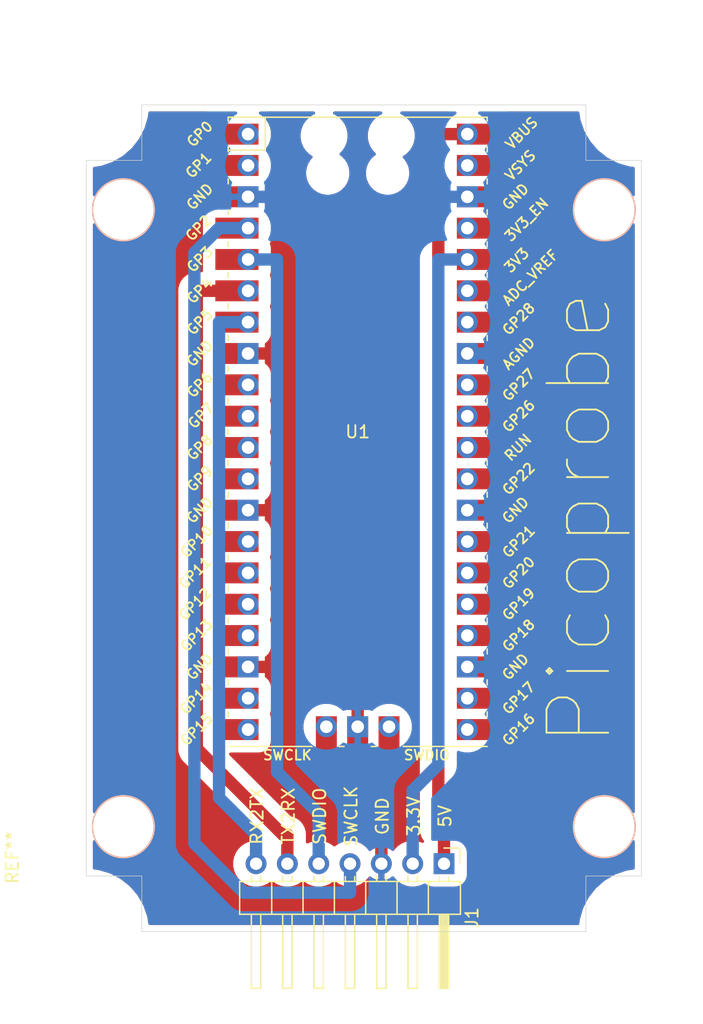
<source format=kicad_pcb>
(kicad_pcb (version 20171130) (host pcbnew 5.1.9-73d0e3b20d~88~ubuntu20.04.1)

  (general
    (thickness 1.6)
    (drawings 21)
    (tracks 52)
    (zones 0)
    (modules 3)
    (nets 36)
  )

  (page A4)
  (layers
    (0 F.Cu signal)
    (31 B.Cu signal)
    (32 B.Adhes user)
    (33 F.Adhes user)
    (34 B.Paste user)
    (35 F.Paste user)
    (36 B.SilkS user)
    (37 F.SilkS user)
    (38 B.Mask user)
    (39 F.Mask user)
    (40 Dwgs.User user)
    (41 Cmts.User user)
    (42 Eco1.User user)
    (43 Eco2.User user)
    (44 Edge.Cuts user)
    (45 Margin user)
    (46 B.CrtYd user)
    (47 F.CrtYd user)
    (48 B.Fab user)
    (49 F.Fab user)
  )

  (setup
    (last_trace_width 1)
    (trace_clearance 1)
    (zone_clearance 0.508)
    (zone_45_only no)
    (trace_min 0.2)
    (via_size 1.5)
    (via_drill 0.8)
    (via_min_size 0.4)
    (via_min_drill 0.3)
    (uvia_size 0.3)
    (uvia_drill 0.1)
    (uvias_allowed no)
    (uvia_min_size 0.2)
    (uvia_min_drill 0.1)
    (edge_width 0.05)
    (segment_width 0.2)
    (pcb_text_width 0.3)
    (pcb_text_size 1.5 1.5)
    (mod_edge_width 0.12)
    (mod_text_size 1 1)
    (mod_text_width 0.15)
    (pad_size 1.524 1.524)
    (pad_drill 0.762)
    (pad_to_mask_clearance 0)
    (aux_axis_origin 0 0)
    (visible_elements FFFFFF7F)
    (pcbplotparams
      (layerselection 0x010fc_ffffffff)
      (usegerberextensions false)
      (usegerberattributes true)
      (usegerberadvancedattributes true)
      (creategerberjobfile true)
      (excludeedgelayer true)
      (linewidth 0.100000)
      (plotframeref false)
      (viasonmask false)
      (mode 1)
      (useauxorigin false)
      (hpglpennumber 1)
      (hpglpenspeed 20)
      (hpglpendiameter 15.000000)
      (psnegative false)
      (psa4output false)
      (plotreference true)
      (plotvalue true)
      (plotinvisibletext false)
      (padsonsilk false)
      (subtractmaskfromsilk false)
      (outputformat 1)
      (mirror false)
      (drillshape 1)
      (scaleselection 1)
      (outputdirectory ""))
  )

  (net 0 "")
  (net 1 RX2TX)
  (net 2 TX2RX)
  (net 3 SWDIO)
  (net 4 SWCLK)
  (net 5 GND)
  (net 6 +3V3)
  (net 7 +5V)
  (net 8 "Net-(U1-Pad1)")
  (net 9 "Net-(U1-Pad2)")
  (net 10 "Net-(U1-Pad9)")
  (net 11 "Net-(U1-Pad10)")
  (net 12 "Net-(U1-Pad11)")
  (net 13 "Net-(U1-Pad12)")
  (net 14 "Net-(U1-Pad14)")
  (net 15 "Net-(U1-Pad15)")
  (net 16 "Net-(U1-Pad16)")
  (net 17 "Net-(U1-Pad17)")
  (net 18 "Net-(U1-Pad19)")
  (net 19 "Net-(U1-Pad20)")
  (net 20 "Net-(U1-Pad21)")
  (net 21 "Net-(U1-Pad22)")
  (net 22 "Net-(U1-Pad24)")
  (net 23 "Net-(U1-Pad25)")
  (net 24 "Net-(U1-Pad26)")
  (net 25 "Net-(U1-Pad27)")
  (net 26 "Net-(U1-Pad29)")
  (net 27 "Net-(U1-Pad30)")
  (net 28 "Net-(U1-Pad31)")
  (net 29 "Net-(U1-Pad32)")
  (net 30 "Net-(U1-Pad34)")
  (net 31 "Net-(U1-Pad35)")
  (net 32 "Net-(U1-Pad37)")
  (net 33 "Net-(U1-Pad39)")
  (net 34 "Net-(U1-Pad41)")
  (net 35 "Net-(U1-Pad43)")

  (net_class Default "This is the default net class."
    (clearance 1)
    (trace_width 1)
    (via_dia 1.5)
    (via_drill 0.8)
    (uvia_dia 0.3)
    (uvia_drill 0.1)
    (add_net +3V3)
    (add_net +5V)
    (add_net GND)
    (add_net "Net-(U1-Pad1)")
    (add_net "Net-(U1-Pad10)")
    (add_net "Net-(U1-Pad11)")
    (add_net "Net-(U1-Pad12)")
    (add_net "Net-(U1-Pad14)")
    (add_net "Net-(U1-Pad15)")
    (add_net "Net-(U1-Pad16)")
    (add_net "Net-(U1-Pad17)")
    (add_net "Net-(U1-Pad19)")
    (add_net "Net-(U1-Pad2)")
    (add_net "Net-(U1-Pad20)")
    (add_net "Net-(U1-Pad21)")
    (add_net "Net-(U1-Pad22)")
    (add_net "Net-(U1-Pad24)")
    (add_net "Net-(U1-Pad25)")
    (add_net "Net-(U1-Pad26)")
    (add_net "Net-(U1-Pad27)")
    (add_net "Net-(U1-Pad29)")
    (add_net "Net-(U1-Pad30)")
    (add_net "Net-(U1-Pad31)")
    (add_net "Net-(U1-Pad32)")
    (add_net "Net-(U1-Pad34)")
    (add_net "Net-(U1-Pad35)")
    (add_net "Net-(U1-Pad37)")
    (add_net "Net-(U1-Pad39)")
    (add_net "Net-(U1-Pad41)")
    (add_net "Net-(U1-Pad43)")
    (add_net "Net-(U1-Pad9)")
    (add_net RX2TX)
    (add_net SWCLK)
    (add_net SWDIO)
    (add_net TX2RX)
  )

  (module G026:G026 (layer F.Cu) (tedit 5EAF0F99) (tstamp 604EF583)
    (at 70 107 90)
    (fp_text reference REF** (at -2.5 -9 90) (layer F.SilkS)
      (effects (font (size 1 1) (thickness 0.15)))
    )
    (fp_text value G026 (at -8.5 -9 90) (layer F.Fab)
      (effects (font (size 1 1) (thickness 0.15)))
    )
    (fp_line (start -11 -5.5) (end -11 44.5) (layer Dwgs.User) (width 0.12))
    (fp_line (start 61 -5.5) (end 61 44.5) (layer Dwgs.User) (width 0.12))
    (fp_line (start -11 44.5) (end 61 44.5) (layer Dwgs.User) (width 0.12))
    (fp_line (start -11 -5.5) (end 61 -5.5) (layer Dwgs.User) (width 0.12))
    (fp_circle (center 0 39) (end -2.5 39) (layer B.SilkS) (width 0.12))
    (fp_circle (center 50 39) (end 47.5 39) (layer B.SilkS) (width 0.12))
    (fp_circle (center 50 0) (end 47.5 0) (layer B.SilkS) (width 0.12))
    (fp_circle (center 0 0) (end -2.5 0) (layer B.SilkS) (width 0.12))
    (fp_circle (center 0 39) (end -2.5 39) (layer F.SilkS) (width 0.12))
    (fp_circle (center 50 39) (end 47.5 39) (layer F.SilkS) (width 0.12))
    (fp_circle (center 50 0) (end 47.5 0) (layer F.SilkS) (width 0.12))
    (fp_circle (center 0 0) (end -2.5 0) (layer F.SilkS) (width 0.12))
    (fp_line (start -4 -3) (end -4 42) (layer Dwgs.User) (width 0.12))
    (fp_line (start 54 -3) (end 54 42) (layer Dwgs.User) (width 0.12))
    (fp_line (start -4 42) (end 54 42) (layer Dwgs.User) (width 0.12))
    (fp_line (start -4 -3) (end 54 -3) (layer Dwgs.User) (width 0.12))
    (fp_text user "Max PCB Outline" (at 3 -4 90) (layer Dwgs.User)
      (effects (font (size 1 1) (thickness 0.15)))
    )
    (fp_text user "Outer Case Outline" (at -3.5 -6.5 90) (layer Dwgs.User)
      (effects (font (size 1 1) (thickness 0.15)))
    )
    (pad "" np_thru_hole circle (at 0 39 90) (size 3 3) (drill 3) (layers *.Cu *.Mask))
    (pad "" np_thru_hole circle (at 50 39 90) (size 3 3) (drill 3) (layers *.Cu *.Mask))
    (pad "" np_thru_hole circle (at 50 0 90) (size 3 3) (drill 3) (layers *.Cu *.Mask))
    (pad "" np_thru_hole circle (at 0 0 90) (size 3 3) (drill 3) (layers *.Cu *.Mask))
  )

  (module RaspberryPiPico:RPi_Pico_SMD_TH (layer F.Cu) (tedit 5F638C80) (tstamp 604EFF5A)
    (at 89 75)
    (descr "Through hole straight pin header, 2x20, 2.54mm pitch, double rows")
    (tags "Through hole pin header THT 2x20 2.54mm double row")
    (path /604E780A)
    (fp_text reference U1 (at 0 0) (layer F.SilkS)
      (effects (font (size 1 1) (thickness 0.15)))
    )
    (fp_text value RaspberryPiPico (at 0 2.159) (layer F.Fab)
      (effects (font (size 1 1) (thickness 0.15)))
    )
    (fp_poly (pts (xy 3.7 -20.2) (xy -3.7 -20.2) (xy -3.7 -24.9) (xy 3.7 -24.9)) (layer Dwgs.User) (width 0.1))
    (fp_poly (pts (xy -1.5 -11.5) (xy -3.5 -11.5) (xy -3.5 -13.5) (xy -1.5 -13.5)) (layer Dwgs.User) (width 0.1))
    (fp_poly (pts (xy -1.5 -14) (xy -3.5 -14) (xy -3.5 -16) (xy -1.5 -16)) (layer Dwgs.User) (width 0.1))
    (fp_poly (pts (xy -1.5 -16.5) (xy -3.5 -16.5) (xy -3.5 -18.5) (xy -1.5 -18.5)) (layer Dwgs.User) (width 0.1))
    (fp_line (start -10.5 -25.5) (end 10.5 -25.5) (layer F.Fab) (width 0.12))
    (fp_line (start 10.5 -25.5) (end 10.5 25.5) (layer F.Fab) (width 0.12))
    (fp_line (start 10.5 25.5) (end -10.5 25.5) (layer F.Fab) (width 0.12))
    (fp_line (start -10.5 25.5) (end -10.5 -25.5) (layer F.Fab) (width 0.12))
    (fp_line (start -10.5 -24.2) (end -9.2 -25.5) (layer F.Fab) (width 0.12))
    (fp_line (start -11 -26) (end 11 -26) (layer F.CrtYd) (width 0.12))
    (fp_line (start 11 -26) (end 11 26) (layer F.CrtYd) (width 0.12))
    (fp_line (start 11 26) (end -11 26) (layer F.CrtYd) (width 0.12))
    (fp_line (start -11 26) (end -11 -26) (layer F.CrtYd) (width 0.12))
    (fp_line (start -10.5 -25.5) (end 10.5 -25.5) (layer F.SilkS) (width 0.12))
    (fp_line (start -3.7 25.5) (end -10.5 25.5) (layer F.SilkS) (width 0.12))
    (fp_line (start -10.5 -22.833) (end -7.493 -22.833) (layer F.SilkS) (width 0.12))
    (fp_line (start -7.493 -22.833) (end -7.493 -25.5) (layer F.SilkS) (width 0.12))
    (fp_line (start -10.5 -25.5) (end -10.5 -25.2) (layer F.SilkS) (width 0.12))
    (fp_line (start -10.5 -23.1) (end -10.5 -22.7) (layer F.SilkS) (width 0.12))
    (fp_line (start -10.5 -20.5) (end -10.5 -20.1) (layer F.SilkS) (width 0.12))
    (fp_line (start -10.5 -18) (end -10.5 -17.6) (layer F.SilkS) (width 0.12))
    (fp_line (start -10.5 -15.4) (end -10.5 -15) (layer F.SilkS) (width 0.12))
    (fp_line (start -10.5 -12.9) (end -10.5 -12.5) (layer F.SilkS) (width 0.12))
    (fp_line (start -10.5 -10.4) (end -10.5 -10) (layer F.SilkS) (width 0.12))
    (fp_line (start -10.5 -7.8) (end -10.5 -7.4) (layer F.SilkS) (width 0.12))
    (fp_line (start -10.5 -5.3) (end -10.5 -4.9) (layer F.SilkS) (width 0.12))
    (fp_line (start -10.5 -2.7) (end -10.5 -2.3) (layer F.SilkS) (width 0.12))
    (fp_line (start -10.5 -0.2) (end -10.5 0.2) (layer F.SilkS) (width 0.12))
    (fp_line (start -10.5 2.3) (end -10.5 2.7) (layer F.SilkS) (width 0.12))
    (fp_line (start -10.5 4.9) (end -10.5 5.3) (layer F.SilkS) (width 0.12))
    (fp_line (start -10.5 7.4) (end -10.5 7.8) (layer F.SilkS) (width 0.12))
    (fp_line (start -10.5 10) (end -10.5 10.4) (layer F.SilkS) (width 0.12))
    (fp_line (start -10.5 12.5) (end -10.5 12.9) (layer F.SilkS) (width 0.12))
    (fp_line (start -10.5 15.1) (end -10.5 15.5) (layer F.SilkS) (width 0.12))
    (fp_line (start -10.5 17.6) (end -10.5 18) (layer F.SilkS) (width 0.12))
    (fp_line (start -10.5 20.1) (end -10.5 20.5) (layer F.SilkS) (width 0.12))
    (fp_line (start -10.5 22.7) (end -10.5 23.1) (layer F.SilkS) (width 0.12))
    (fp_line (start 10.5 -10.4) (end 10.5 -10) (layer F.SilkS) (width 0.12))
    (fp_line (start 10.5 -5.3) (end 10.5 -4.9) (layer F.SilkS) (width 0.12))
    (fp_line (start 10.5 2.3) (end 10.5 2.7) (layer F.SilkS) (width 0.12))
    (fp_line (start 10.5 10) (end 10.5 10.4) (layer F.SilkS) (width 0.12))
    (fp_line (start 10.5 -20.5) (end 10.5 -20.1) (layer F.SilkS) (width 0.12))
    (fp_line (start 10.5 -23.1) (end 10.5 -22.7) (layer F.SilkS) (width 0.12))
    (fp_line (start 10.5 -15.4) (end 10.5 -15) (layer F.SilkS) (width 0.12))
    (fp_line (start 10.5 17.6) (end 10.5 18) (layer F.SilkS) (width 0.12))
    (fp_line (start 10.5 22.7) (end 10.5 23.1) (layer F.SilkS) (width 0.12))
    (fp_line (start 10.5 20.1) (end 10.5 20.5) (layer F.SilkS) (width 0.12))
    (fp_line (start 10.5 4.9) (end 10.5 5.3) (layer F.SilkS) (width 0.12))
    (fp_line (start 10.5 -0.2) (end 10.5 0.2) (layer F.SilkS) (width 0.12))
    (fp_line (start 10.5 -12.9) (end 10.5 -12.5) (layer F.SilkS) (width 0.12))
    (fp_line (start 10.5 -7.8) (end 10.5 -7.4) (layer F.SilkS) (width 0.12))
    (fp_line (start 10.5 12.5) (end 10.5 12.9) (layer F.SilkS) (width 0.12))
    (fp_line (start 10.5 -2.7) (end 10.5 -2.3) (layer F.SilkS) (width 0.12))
    (fp_line (start 10.5 -25.5) (end 10.5 -25.2) (layer F.SilkS) (width 0.12))
    (fp_line (start 10.5 -18) (end 10.5 -17.6) (layer F.SilkS) (width 0.12))
    (fp_line (start 10.5 7.4) (end 10.5 7.8) (layer F.SilkS) (width 0.12))
    (fp_line (start 10.5 15.1) (end 10.5 15.5) (layer F.SilkS) (width 0.12))
    (fp_line (start 10.5 25.5) (end 3.7 25.5) (layer F.SilkS) (width 0.12))
    (fp_line (start -1.5 25.5) (end -1.1 25.5) (layer F.SilkS) (width 0.12))
    (fp_line (start 1.1 25.5) (end 1.5 25.5) (layer F.SilkS) (width 0.12))
    (fp_text user %R (at 0 0 180) (layer F.Fab)
      (effects (font (size 1 1) (thickness 0.15)))
    )
    (fp_text user GP1 (at -12.9 -21.6 45) (layer F.SilkS)
      (effects (font (size 0.8 0.8) (thickness 0.15)))
    )
    (fp_text user GP2 (at -12.9 -16.51 45) (layer F.SilkS)
      (effects (font (size 0.8 0.8) (thickness 0.15)))
    )
    (fp_text user GP0 (at -12.8 -24.13 45) (layer F.SilkS)
      (effects (font (size 0.8 0.8) (thickness 0.15)))
    )
    (fp_text user GP3 (at -12.8 -13.97 45) (layer F.SilkS)
      (effects (font (size 0.8 0.8) (thickness 0.15)))
    )
    (fp_text user GP4 (at -12.8 -11.43 45) (layer F.SilkS)
      (effects (font (size 0.8 0.8) (thickness 0.15)))
    )
    (fp_text user GP5 (at -12.8 -8.89 45) (layer F.SilkS)
      (effects (font (size 0.8 0.8) (thickness 0.15)))
    )
    (fp_text user GP6 (at -12.8 -3.81 45) (layer F.SilkS)
      (effects (font (size 0.8 0.8) (thickness 0.15)))
    )
    (fp_text user GP7 (at -12.7 -1.3 45) (layer F.SilkS)
      (effects (font (size 0.8 0.8) (thickness 0.15)))
    )
    (fp_text user GP8 (at -12.8 1.27 45) (layer F.SilkS)
      (effects (font (size 0.8 0.8) (thickness 0.15)))
    )
    (fp_text user GP9 (at -12.8 3.81 45) (layer F.SilkS)
      (effects (font (size 0.8 0.8) (thickness 0.15)))
    )
    (fp_text user GP10 (at -13.054 8.89 45) (layer F.SilkS)
      (effects (font (size 0.8 0.8) (thickness 0.15)))
    )
    (fp_text user GP11 (at -13.2 11.43 45) (layer F.SilkS)
      (effects (font (size 0.8 0.8) (thickness 0.15)))
    )
    (fp_text user GP12 (at -13.2 13.97 45) (layer F.SilkS)
      (effects (font (size 0.8 0.8) (thickness 0.15)))
    )
    (fp_text user GP13 (at -13.054 16.51 45) (layer F.SilkS)
      (effects (font (size 0.8 0.8) (thickness 0.15)))
    )
    (fp_text user GP14 (at -13.1 21.59 45) (layer F.SilkS)
      (effects (font (size 0.8 0.8) (thickness 0.15)))
    )
    (fp_text user GP15 (at -13.054 24.13 45) (layer F.SilkS)
      (effects (font (size 0.8 0.8) (thickness 0.15)))
    )
    (fp_text user GP16 (at 13.054 24.13 45) (layer F.SilkS)
      (effects (font (size 0.8 0.8) (thickness 0.15)))
    )
    (fp_text user GP17 (at 13.054 21.59 45) (layer F.SilkS)
      (effects (font (size 0.8 0.8) (thickness 0.15)))
    )
    (fp_text user GP18 (at 13.054 16.51 45) (layer F.SilkS)
      (effects (font (size 0.8 0.8) (thickness 0.15)))
    )
    (fp_text user GP19 (at 13.054 13.97 45) (layer F.SilkS)
      (effects (font (size 0.8 0.8) (thickness 0.15)))
    )
    (fp_text user GP20 (at 13.054 11.43 45) (layer F.SilkS)
      (effects (font (size 0.8 0.8) (thickness 0.15)))
    )
    (fp_text user GP21 (at 13.054 8.9 45) (layer F.SilkS)
      (effects (font (size 0.8 0.8) (thickness 0.15)))
    )
    (fp_text user GP22 (at 13.054 3.81 45) (layer F.SilkS)
      (effects (font (size 0.8 0.8) (thickness 0.15)))
    )
    (fp_text user RUN (at 13 1.27 45) (layer F.SilkS)
      (effects (font (size 0.8 0.8) (thickness 0.15)))
    )
    (fp_text user GP26 (at 13.054 -1.27 45) (layer F.SilkS)
      (effects (font (size 0.8 0.8) (thickness 0.15)))
    )
    (fp_text user GP27 (at 13.054 -3.8 45) (layer F.SilkS)
      (effects (font (size 0.8 0.8) (thickness 0.15)))
    )
    (fp_text user GP28 (at 13.054 -9.144 45) (layer F.SilkS)
      (effects (font (size 0.8 0.8) (thickness 0.15)))
    )
    (fp_text user ADC_VREF (at 14 -12.5 45) (layer F.SilkS)
      (effects (font (size 0.8 0.8) (thickness 0.15)))
    )
    (fp_text user 3V3 (at 12.9 -13.9 45) (layer F.SilkS)
      (effects (font (size 0.8 0.8) (thickness 0.15)))
    )
    (fp_text user 3V3_EN (at 13.7 -17.2 45) (layer F.SilkS)
      (effects (font (size 0.8 0.8) (thickness 0.15)))
    )
    (fp_text user VSYS (at 13.2 -21.59 45) (layer F.SilkS)
      (effects (font (size 0.8 0.8) (thickness 0.15)))
    )
    (fp_text user VBUS (at 13.3 -24.2 45) (layer F.SilkS)
      (effects (font (size 0.8 0.8) (thickness 0.15)))
    )
    (fp_text user GND (at -12.8 -19.05 45) (layer F.SilkS)
      (effects (font (size 0.8 0.8) (thickness 0.15)))
    )
    (fp_text user GND (at -12.8 -6.35 45) (layer F.SilkS)
      (effects (font (size 0.8 0.8) (thickness 0.15)))
    )
    (fp_text user GND (at -12.8 6.35 45) (layer F.SilkS)
      (effects (font (size 0.8 0.8) (thickness 0.15)))
    )
    (fp_text user GND (at -12.8 19.05 45) (layer F.SilkS)
      (effects (font (size 0.8 0.8) (thickness 0.15)))
    )
    (fp_text user GND (at 12.8 19.05 45) (layer F.SilkS)
      (effects (font (size 0.8 0.8) (thickness 0.15)))
    )
    (fp_text user GND (at 12.8 6.35 45) (layer F.SilkS)
      (effects (font (size 0.8 0.8) (thickness 0.15)))
    )
    (fp_text user GND (at 12.8 -19.05 45) (layer F.SilkS)
      (effects (font (size 0.8 0.8) (thickness 0.15)))
    )
    (fp_text user AGND (at 13.054 -6.35 45) (layer F.SilkS)
      (effects (font (size 0.8 0.8) (thickness 0.15)))
    )
    (fp_text user SWCLK (at -5.7 26.2) (layer F.SilkS)
      (effects (font (size 0.8 0.8) (thickness 0.15)))
    )
    (fp_text user SWDIO (at 5.6 26.2) (layer F.SilkS)
      (effects (font (size 0.8 0.8) (thickness 0.15)))
    )
    (fp_text user "Copper Keepouts shown on Dwgs layer" (at 0.1 -30.2) (layer Cmts.User)
      (effects (font (size 1 1) (thickness 0.15)))
    )
    (pad 1 thru_hole oval (at -8.89 -24.13) (size 1.7 1.7) (drill 1.02) (layers *.Cu *.Mask)
      (net 8 "Net-(U1-Pad1)"))
    (pad 2 thru_hole oval (at -8.89 -21.59) (size 1.7 1.7) (drill 1.02) (layers *.Cu *.Mask)
      (net 9 "Net-(U1-Pad2)"))
    (pad 3 thru_hole rect (at -8.89 -19.05) (size 1.7 1.7) (drill 1.02) (layers *.Cu *.Mask)
      (net 5 GND))
    (pad 4 thru_hole oval (at -8.89 -16.51) (size 1.7 1.7) (drill 1.02) (layers *.Cu *.Mask)
      (net 4 SWCLK))
    (pad 5 thru_hole oval (at -8.89 -13.97) (size 1.7 1.7) (drill 1.02) (layers *.Cu *.Mask)
      (net 3 SWDIO))
    (pad 6 thru_hole oval (at -8.89 -11.43) (size 1.7 1.7) (drill 1.02) (layers *.Cu *.Mask)
      (net 2 TX2RX))
    (pad 7 thru_hole oval (at -8.89 -8.89) (size 1.7 1.7) (drill 1.02) (layers *.Cu *.Mask)
      (net 1 RX2TX))
    (pad 8 thru_hole rect (at -8.89 -6.35) (size 1.7 1.7) (drill 1.02) (layers *.Cu *.Mask)
      (net 5 GND))
    (pad 9 thru_hole oval (at -8.89 -3.81) (size 1.7 1.7) (drill 1.02) (layers *.Cu *.Mask)
      (net 10 "Net-(U1-Pad9)"))
    (pad 10 thru_hole oval (at -8.89 -1.27) (size 1.7 1.7) (drill 1.02) (layers *.Cu *.Mask)
      (net 11 "Net-(U1-Pad10)"))
    (pad 11 thru_hole oval (at -8.89 1.27) (size 1.7 1.7) (drill 1.02) (layers *.Cu *.Mask)
      (net 12 "Net-(U1-Pad11)"))
    (pad 12 thru_hole oval (at -8.89 3.81) (size 1.7 1.7) (drill 1.02) (layers *.Cu *.Mask)
      (net 13 "Net-(U1-Pad12)"))
    (pad 13 thru_hole rect (at -8.89 6.35) (size 1.7 1.7) (drill 1.02) (layers *.Cu *.Mask)
      (net 5 GND))
    (pad 14 thru_hole oval (at -8.89 8.89) (size 1.7 1.7) (drill 1.02) (layers *.Cu *.Mask)
      (net 14 "Net-(U1-Pad14)"))
    (pad 15 thru_hole oval (at -8.89 11.43) (size 1.7 1.7) (drill 1.02) (layers *.Cu *.Mask)
      (net 15 "Net-(U1-Pad15)"))
    (pad 16 thru_hole oval (at -8.89 13.97) (size 1.7 1.7) (drill 1.02) (layers *.Cu *.Mask)
      (net 16 "Net-(U1-Pad16)"))
    (pad 17 thru_hole oval (at -8.89 16.51) (size 1.7 1.7) (drill 1.02) (layers *.Cu *.Mask)
      (net 17 "Net-(U1-Pad17)"))
    (pad 18 thru_hole rect (at -8.89 19.05) (size 1.7 1.7) (drill 1.02) (layers *.Cu *.Mask)
      (net 5 GND))
    (pad 19 thru_hole oval (at -8.89 21.59) (size 1.7 1.7) (drill 1.02) (layers *.Cu *.Mask)
      (net 18 "Net-(U1-Pad19)"))
    (pad 20 thru_hole oval (at -8.89 24.13) (size 1.7 1.7) (drill 1.02) (layers *.Cu *.Mask)
      (net 19 "Net-(U1-Pad20)"))
    (pad 21 thru_hole oval (at 8.89 24.13) (size 1.7 1.7) (drill 1.02) (layers *.Cu *.Mask)
      (net 20 "Net-(U1-Pad21)"))
    (pad 22 thru_hole oval (at 8.89 21.59) (size 1.7 1.7) (drill 1.02) (layers *.Cu *.Mask)
      (net 21 "Net-(U1-Pad22)"))
    (pad 23 thru_hole rect (at 8.89 19.05) (size 1.7 1.7) (drill 1.02) (layers *.Cu *.Mask)
      (net 5 GND))
    (pad 24 thru_hole oval (at 8.89 16.51) (size 1.7 1.7) (drill 1.02) (layers *.Cu *.Mask)
      (net 22 "Net-(U1-Pad24)"))
    (pad 25 thru_hole oval (at 8.89 13.97) (size 1.7 1.7) (drill 1.02) (layers *.Cu *.Mask)
      (net 23 "Net-(U1-Pad25)"))
    (pad 26 thru_hole oval (at 8.89 11.43) (size 1.7 1.7) (drill 1.02) (layers *.Cu *.Mask)
      (net 24 "Net-(U1-Pad26)"))
    (pad 27 thru_hole oval (at 8.89 8.89) (size 1.7 1.7) (drill 1.02) (layers *.Cu *.Mask)
      (net 25 "Net-(U1-Pad27)"))
    (pad 28 thru_hole rect (at 8.89 6.35) (size 1.7 1.7) (drill 1.02) (layers *.Cu *.Mask)
      (net 5 GND))
    (pad 29 thru_hole oval (at 8.89 3.81) (size 1.7 1.7) (drill 1.02) (layers *.Cu *.Mask)
      (net 26 "Net-(U1-Pad29)"))
    (pad 30 thru_hole oval (at 8.89 1.27) (size 1.7 1.7) (drill 1.02) (layers *.Cu *.Mask)
      (net 27 "Net-(U1-Pad30)"))
    (pad 31 thru_hole oval (at 8.89 -1.27) (size 1.7 1.7) (drill 1.02) (layers *.Cu *.Mask)
      (net 28 "Net-(U1-Pad31)"))
    (pad 32 thru_hole oval (at 8.89 -3.81) (size 1.7 1.7) (drill 1.02) (layers *.Cu *.Mask)
      (net 29 "Net-(U1-Pad32)"))
    (pad 33 thru_hole rect (at 8.89 -6.35) (size 1.7 1.7) (drill 1.02) (layers *.Cu *.Mask)
      (net 5 GND))
    (pad 34 thru_hole oval (at 8.89 -8.89) (size 1.7 1.7) (drill 1.02) (layers *.Cu *.Mask)
      (net 30 "Net-(U1-Pad34)"))
    (pad 35 thru_hole oval (at 8.89 -11.43) (size 1.7 1.7) (drill 1.02) (layers *.Cu *.Mask)
      (net 31 "Net-(U1-Pad35)"))
    (pad 36 thru_hole oval (at 8.89 -13.97) (size 1.7 1.7) (drill 1.02) (layers *.Cu *.Mask)
      (net 6 +3V3))
    (pad 37 thru_hole oval (at 8.89 -16.51) (size 1.7 1.7) (drill 1.02) (layers *.Cu *.Mask)
      (net 32 "Net-(U1-Pad37)"))
    (pad 38 thru_hole rect (at 8.89 -19.05) (size 1.7 1.7) (drill 1.02) (layers *.Cu *.Mask)
      (net 5 GND))
    (pad 39 thru_hole oval (at 8.89 -21.59) (size 1.7 1.7) (drill 1.02) (layers *.Cu *.Mask)
      (net 33 "Net-(U1-Pad39)"))
    (pad 40 thru_hole oval (at 8.89 -24.13) (size 1.7 1.7) (drill 1.02) (layers *.Cu *.Mask)
      (net 7 +5V))
    (pad 1 smd rect (at -8.89 -24.13) (size 3.5 1.7) (drill (offset -0.9 0)) (layers F.Cu F.Mask)
      (net 8 "Net-(U1-Pad1)"))
    (pad 2 smd rect (at -8.89 -21.59) (size 3.5 1.7) (drill (offset -0.9 0)) (layers F.Cu F.Mask)
      (net 9 "Net-(U1-Pad2)"))
    (pad 3 smd rect (at -8.89 -19.05) (size 3.5 1.7) (drill (offset -0.9 0)) (layers F.Cu F.Mask)
      (net 5 GND))
    (pad 4 smd rect (at -8.89 -16.51) (size 3.5 1.7) (drill (offset -0.9 0)) (layers F.Cu F.Mask)
      (net 4 SWCLK))
    (pad 5 smd rect (at -8.89 -13.97) (size 3.5 1.7) (drill (offset -0.9 0)) (layers F.Cu F.Mask)
      (net 3 SWDIO))
    (pad 6 smd rect (at -8.89 -11.43) (size 3.5 1.7) (drill (offset -0.9 0)) (layers F.Cu F.Mask)
      (net 2 TX2RX))
    (pad 7 smd rect (at -8.89 -8.89) (size 3.5 1.7) (drill (offset -0.9 0)) (layers F.Cu F.Mask)
      (net 1 RX2TX))
    (pad 8 smd rect (at -8.89 -6.35) (size 3.5 1.7) (drill (offset -0.9 0)) (layers F.Cu F.Mask)
      (net 5 GND))
    (pad 9 smd rect (at -8.89 -3.81) (size 3.5 1.7) (drill (offset -0.9 0)) (layers F.Cu F.Mask)
      (net 10 "Net-(U1-Pad9)"))
    (pad 10 smd rect (at -8.89 -1.27) (size 3.5 1.7) (drill (offset -0.9 0)) (layers F.Cu F.Mask)
      (net 11 "Net-(U1-Pad10)"))
    (pad 11 smd rect (at -8.89 1.27) (size 3.5 1.7) (drill (offset -0.9 0)) (layers F.Cu F.Mask)
      (net 12 "Net-(U1-Pad11)"))
    (pad 12 smd rect (at -8.89 3.81) (size 3.5 1.7) (drill (offset -0.9 0)) (layers F.Cu F.Mask)
      (net 13 "Net-(U1-Pad12)"))
    (pad 13 smd rect (at -8.89 6.35) (size 3.5 1.7) (drill (offset -0.9 0)) (layers F.Cu F.Mask)
      (net 5 GND))
    (pad 14 smd rect (at -8.89 8.89) (size 3.5 1.7) (drill (offset -0.9 0)) (layers F.Cu F.Mask)
      (net 14 "Net-(U1-Pad14)"))
    (pad 15 smd rect (at -8.89 11.43) (size 3.5 1.7) (drill (offset -0.9 0)) (layers F.Cu F.Mask)
      (net 15 "Net-(U1-Pad15)"))
    (pad 16 smd rect (at -8.89 13.97) (size 3.5 1.7) (drill (offset -0.9 0)) (layers F.Cu F.Mask)
      (net 16 "Net-(U1-Pad16)"))
    (pad 17 smd rect (at -8.89 16.51) (size 3.5 1.7) (drill (offset -0.9 0)) (layers F.Cu F.Mask)
      (net 17 "Net-(U1-Pad17)"))
    (pad 18 smd rect (at -8.89 19.05) (size 3.5 1.7) (drill (offset -0.9 0)) (layers F.Cu F.Mask)
      (net 5 GND))
    (pad 19 smd rect (at -8.89 21.59) (size 3.5 1.7) (drill (offset -0.9 0)) (layers F.Cu F.Mask)
      (net 18 "Net-(U1-Pad19)"))
    (pad 20 smd rect (at -8.89 24.13) (size 3.5 1.7) (drill (offset -0.9 0)) (layers F.Cu F.Mask)
      (net 19 "Net-(U1-Pad20)"))
    (pad 40 smd rect (at 8.89 -24.13) (size 3.5 1.7) (drill (offset 0.9 0)) (layers F.Cu F.Mask)
      (net 7 +5V))
    (pad 39 smd rect (at 8.89 -21.59) (size 3.5 1.7) (drill (offset 0.9 0)) (layers F.Cu F.Mask)
      (net 33 "Net-(U1-Pad39)"))
    (pad 38 smd rect (at 8.89 -19.05) (size 3.5 1.7) (drill (offset 0.9 0)) (layers F.Cu F.Mask)
      (net 5 GND))
    (pad 37 smd rect (at 8.89 -16.51) (size 3.5 1.7) (drill (offset 0.9 0)) (layers F.Cu F.Mask)
      (net 32 "Net-(U1-Pad37)"))
    (pad 36 smd rect (at 8.89 -13.97) (size 3.5 1.7) (drill (offset 0.9 0)) (layers F.Cu F.Mask)
      (net 6 +3V3))
    (pad 35 smd rect (at 8.89 -11.43) (size 3.5 1.7) (drill (offset 0.9 0)) (layers F.Cu F.Mask)
      (net 31 "Net-(U1-Pad35)"))
    (pad 34 smd rect (at 8.89 -8.89) (size 3.5 1.7) (drill (offset 0.9 0)) (layers F.Cu F.Mask)
      (net 30 "Net-(U1-Pad34)"))
    (pad 33 smd rect (at 8.89 -6.35) (size 3.5 1.7) (drill (offset 0.9 0)) (layers F.Cu F.Mask)
      (net 5 GND))
    (pad 32 smd rect (at 8.89 -3.81) (size 3.5 1.7) (drill (offset 0.9 0)) (layers F.Cu F.Mask)
      (net 29 "Net-(U1-Pad32)"))
    (pad 31 smd rect (at 8.89 -1.27) (size 3.5 1.7) (drill (offset 0.9 0)) (layers F.Cu F.Mask)
      (net 28 "Net-(U1-Pad31)"))
    (pad 30 smd rect (at 8.89 1.27) (size 3.5 1.7) (drill (offset 0.9 0)) (layers F.Cu F.Mask)
      (net 27 "Net-(U1-Pad30)"))
    (pad 29 smd rect (at 8.89 3.81) (size 3.5 1.7) (drill (offset 0.9 0)) (layers F.Cu F.Mask)
      (net 26 "Net-(U1-Pad29)"))
    (pad 28 smd rect (at 8.89 6.35) (size 3.5 1.7) (drill (offset 0.9 0)) (layers F.Cu F.Mask)
      (net 5 GND))
    (pad 27 smd rect (at 8.89 8.89) (size 3.5 1.7) (drill (offset 0.9 0)) (layers F.Cu F.Mask)
      (net 25 "Net-(U1-Pad27)"))
    (pad 26 smd rect (at 8.89 11.43) (size 3.5 1.7) (drill (offset 0.9 0)) (layers F.Cu F.Mask)
      (net 24 "Net-(U1-Pad26)"))
    (pad 25 smd rect (at 8.89 13.97) (size 3.5 1.7) (drill (offset 0.9 0)) (layers F.Cu F.Mask)
      (net 23 "Net-(U1-Pad25)"))
    (pad 24 smd rect (at 8.89 16.51) (size 3.5 1.7) (drill (offset 0.9 0)) (layers F.Cu F.Mask)
      (net 22 "Net-(U1-Pad24)"))
    (pad 23 smd rect (at 8.89 19.05) (size 3.5 1.7) (drill (offset 0.9 0)) (layers F.Cu F.Mask)
      (net 5 GND))
    (pad 22 smd rect (at 8.89 21.59) (size 3.5 1.7) (drill (offset 0.9 0)) (layers F.Cu F.Mask)
      (net 21 "Net-(U1-Pad22)"))
    (pad 21 smd rect (at 8.89 24.13) (size 3.5 1.7) (drill (offset 0.9 0)) (layers F.Cu F.Mask)
      (net 20 "Net-(U1-Pad21)"))
    (pad "" np_thru_hole oval (at -2.725 -24) (size 1.8 1.8) (drill 1.8) (layers *.Cu *.Mask))
    (pad "" np_thru_hole oval (at 2.725 -24) (size 1.8 1.8) (drill 1.8) (layers *.Cu *.Mask))
    (pad "" np_thru_hole oval (at -2.425 -20.97) (size 1.5 1.5) (drill 1.5) (layers *.Cu *.Mask))
    (pad "" np_thru_hole oval (at 2.425 -20.97) (size 1.5 1.5) (drill 1.5) (layers *.Cu *.Mask))
    (pad 41 smd rect (at -2.54 23.9 90) (size 3.5 1.7) (drill (offset -0.9 0)) (layers F.Cu F.Mask)
      (net 34 "Net-(U1-Pad41)"))
    (pad 41 thru_hole oval (at -2.54 23.9) (size 1.7 1.7) (drill 1.02) (layers *.Cu *.Mask)
      (net 34 "Net-(U1-Pad41)"))
    (pad 42 smd rect (at 0 23.9 90) (size 3.5 1.7) (drill (offset -0.9 0)) (layers F.Cu F.Mask)
      (net 5 GND))
    (pad 42 thru_hole rect (at 0 23.9) (size 1.7 1.7) (drill 1.02) (layers *.Cu *.Mask)
      (net 5 GND))
    (pad 43 smd rect (at 2.54 23.9 90) (size 3.5 1.7) (drill (offset -0.9 0)) (layers F.Cu F.Mask)
      (net 35 "Net-(U1-Pad43)"))
    (pad 43 thru_hole oval (at 2.54 23.9) (size 1.7 1.7) (drill 1.02) (layers *.Cu *.Mask)
      (net 35 "Net-(U1-Pad43)"))
  )

  (module Connector_PinHeader_2.54mm:PinHeader_1x07_P2.54mm_Horizontal (layer F.Cu) (tedit 59FED5CB) (tstamp 604EE0FC)
    (at 96 110 270)
    (descr "Through hole angled pin header, 1x07, 2.54mm pitch, 6mm pin length, single row")
    (tags "Through hole angled pin header THT 1x07 2.54mm single row")
    (path /604EE9FF)
    (fp_text reference J1 (at 4.385 -2.27 90) (layer F.SilkS)
      (effects (font (size 1 1) (thickness 0.15)))
    )
    (fp_text value Conn_01x07_Male (at 4.385 17.51 90) (layer F.Fab)
      (effects (font (size 1 1) (thickness 0.15)))
    )
    (fp_line (start 10.55 -1.8) (end -1.8 -1.8) (layer F.CrtYd) (width 0.05))
    (fp_line (start 10.55 17.05) (end 10.55 -1.8) (layer F.CrtYd) (width 0.05))
    (fp_line (start -1.8 17.05) (end 10.55 17.05) (layer F.CrtYd) (width 0.05))
    (fp_line (start -1.8 -1.8) (end -1.8 17.05) (layer F.CrtYd) (width 0.05))
    (fp_line (start -1.27 -1.27) (end 0 -1.27) (layer F.SilkS) (width 0.12))
    (fp_line (start -1.27 0) (end -1.27 -1.27) (layer F.SilkS) (width 0.12))
    (fp_line (start 1.042929 15.62) (end 1.44 15.62) (layer F.SilkS) (width 0.12))
    (fp_line (start 1.042929 14.86) (end 1.44 14.86) (layer F.SilkS) (width 0.12))
    (fp_line (start 10.1 15.62) (end 4.1 15.62) (layer F.SilkS) (width 0.12))
    (fp_line (start 10.1 14.86) (end 10.1 15.62) (layer F.SilkS) (width 0.12))
    (fp_line (start 4.1 14.86) (end 10.1 14.86) (layer F.SilkS) (width 0.12))
    (fp_line (start 1.44 13.97) (end 4.1 13.97) (layer F.SilkS) (width 0.12))
    (fp_line (start 1.042929 13.08) (end 1.44 13.08) (layer F.SilkS) (width 0.12))
    (fp_line (start 1.042929 12.32) (end 1.44 12.32) (layer F.SilkS) (width 0.12))
    (fp_line (start 10.1 13.08) (end 4.1 13.08) (layer F.SilkS) (width 0.12))
    (fp_line (start 10.1 12.32) (end 10.1 13.08) (layer F.SilkS) (width 0.12))
    (fp_line (start 4.1 12.32) (end 10.1 12.32) (layer F.SilkS) (width 0.12))
    (fp_line (start 1.44 11.43) (end 4.1 11.43) (layer F.SilkS) (width 0.12))
    (fp_line (start 1.042929 10.54) (end 1.44 10.54) (layer F.SilkS) (width 0.12))
    (fp_line (start 1.042929 9.78) (end 1.44 9.78) (layer F.SilkS) (width 0.12))
    (fp_line (start 10.1 10.54) (end 4.1 10.54) (layer F.SilkS) (width 0.12))
    (fp_line (start 10.1 9.78) (end 10.1 10.54) (layer F.SilkS) (width 0.12))
    (fp_line (start 4.1 9.78) (end 10.1 9.78) (layer F.SilkS) (width 0.12))
    (fp_line (start 1.44 8.89) (end 4.1 8.89) (layer F.SilkS) (width 0.12))
    (fp_line (start 1.042929 8) (end 1.44 8) (layer F.SilkS) (width 0.12))
    (fp_line (start 1.042929 7.24) (end 1.44 7.24) (layer F.SilkS) (width 0.12))
    (fp_line (start 10.1 8) (end 4.1 8) (layer F.SilkS) (width 0.12))
    (fp_line (start 10.1 7.24) (end 10.1 8) (layer F.SilkS) (width 0.12))
    (fp_line (start 4.1 7.24) (end 10.1 7.24) (layer F.SilkS) (width 0.12))
    (fp_line (start 1.44 6.35) (end 4.1 6.35) (layer F.SilkS) (width 0.12))
    (fp_line (start 1.042929 5.46) (end 1.44 5.46) (layer F.SilkS) (width 0.12))
    (fp_line (start 1.042929 4.7) (end 1.44 4.7) (layer F.SilkS) (width 0.12))
    (fp_line (start 10.1 5.46) (end 4.1 5.46) (layer F.SilkS) (width 0.12))
    (fp_line (start 10.1 4.7) (end 10.1 5.46) (layer F.SilkS) (width 0.12))
    (fp_line (start 4.1 4.7) (end 10.1 4.7) (layer F.SilkS) (width 0.12))
    (fp_line (start 1.44 3.81) (end 4.1 3.81) (layer F.SilkS) (width 0.12))
    (fp_line (start 1.042929 2.92) (end 1.44 2.92) (layer F.SilkS) (width 0.12))
    (fp_line (start 1.042929 2.16) (end 1.44 2.16) (layer F.SilkS) (width 0.12))
    (fp_line (start 10.1 2.92) (end 4.1 2.92) (layer F.SilkS) (width 0.12))
    (fp_line (start 10.1 2.16) (end 10.1 2.92) (layer F.SilkS) (width 0.12))
    (fp_line (start 4.1 2.16) (end 10.1 2.16) (layer F.SilkS) (width 0.12))
    (fp_line (start 1.44 1.27) (end 4.1 1.27) (layer F.SilkS) (width 0.12))
    (fp_line (start 1.11 0.38) (end 1.44 0.38) (layer F.SilkS) (width 0.12))
    (fp_line (start 1.11 -0.38) (end 1.44 -0.38) (layer F.SilkS) (width 0.12))
    (fp_line (start 4.1 0.28) (end 10.1 0.28) (layer F.SilkS) (width 0.12))
    (fp_line (start 4.1 0.16) (end 10.1 0.16) (layer F.SilkS) (width 0.12))
    (fp_line (start 4.1 0.04) (end 10.1 0.04) (layer F.SilkS) (width 0.12))
    (fp_line (start 4.1 -0.08) (end 10.1 -0.08) (layer F.SilkS) (width 0.12))
    (fp_line (start 4.1 -0.2) (end 10.1 -0.2) (layer F.SilkS) (width 0.12))
    (fp_line (start 4.1 -0.32) (end 10.1 -0.32) (layer F.SilkS) (width 0.12))
    (fp_line (start 10.1 0.38) (end 4.1 0.38) (layer F.SilkS) (width 0.12))
    (fp_line (start 10.1 -0.38) (end 10.1 0.38) (layer F.SilkS) (width 0.12))
    (fp_line (start 4.1 -0.38) (end 10.1 -0.38) (layer F.SilkS) (width 0.12))
    (fp_line (start 4.1 -1.33) (end 1.44 -1.33) (layer F.SilkS) (width 0.12))
    (fp_line (start 4.1 16.57) (end 4.1 -1.33) (layer F.SilkS) (width 0.12))
    (fp_line (start 1.44 16.57) (end 4.1 16.57) (layer F.SilkS) (width 0.12))
    (fp_line (start 1.44 -1.33) (end 1.44 16.57) (layer F.SilkS) (width 0.12))
    (fp_line (start 4.04 15.56) (end 10.04 15.56) (layer F.Fab) (width 0.1))
    (fp_line (start 10.04 14.92) (end 10.04 15.56) (layer F.Fab) (width 0.1))
    (fp_line (start 4.04 14.92) (end 10.04 14.92) (layer F.Fab) (width 0.1))
    (fp_line (start -0.32 15.56) (end 1.5 15.56) (layer F.Fab) (width 0.1))
    (fp_line (start -0.32 14.92) (end -0.32 15.56) (layer F.Fab) (width 0.1))
    (fp_line (start -0.32 14.92) (end 1.5 14.92) (layer F.Fab) (width 0.1))
    (fp_line (start 4.04 13.02) (end 10.04 13.02) (layer F.Fab) (width 0.1))
    (fp_line (start 10.04 12.38) (end 10.04 13.02) (layer F.Fab) (width 0.1))
    (fp_line (start 4.04 12.38) (end 10.04 12.38) (layer F.Fab) (width 0.1))
    (fp_line (start -0.32 13.02) (end 1.5 13.02) (layer F.Fab) (width 0.1))
    (fp_line (start -0.32 12.38) (end -0.32 13.02) (layer F.Fab) (width 0.1))
    (fp_line (start -0.32 12.38) (end 1.5 12.38) (layer F.Fab) (width 0.1))
    (fp_line (start 4.04 10.48) (end 10.04 10.48) (layer F.Fab) (width 0.1))
    (fp_line (start 10.04 9.84) (end 10.04 10.48) (layer F.Fab) (width 0.1))
    (fp_line (start 4.04 9.84) (end 10.04 9.84) (layer F.Fab) (width 0.1))
    (fp_line (start -0.32 10.48) (end 1.5 10.48) (layer F.Fab) (width 0.1))
    (fp_line (start -0.32 9.84) (end -0.32 10.48) (layer F.Fab) (width 0.1))
    (fp_line (start -0.32 9.84) (end 1.5 9.84) (layer F.Fab) (width 0.1))
    (fp_line (start 4.04 7.94) (end 10.04 7.94) (layer F.Fab) (width 0.1))
    (fp_line (start 10.04 7.3) (end 10.04 7.94) (layer F.Fab) (width 0.1))
    (fp_line (start 4.04 7.3) (end 10.04 7.3) (layer F.Fab) (width 0.1))
    (fp_line (start -0.32 7.94) (end 1.5 7.94) (layer F.Fab) (width 0.1))
    (fp_line (start -0.32 7.3) (end -0.32 7.94) (layer F.Fab) (width 0.1))
    (fp_line (start -0.32 7.3) (end 1.5 7.3) (layer F.Fab) (width 0.1))
    (fp_line (start 4.04 5.4) (end 10.04 5.4) (layer F.Fab) (width 0.1))
    (fp_line (start 10.04 4.76) (end 10.04 5.4) (layer F.Fab) (width 0.1))
    (fp_line (start 4.04 4.76) (end 10.04 4.76) (layer F.Fab) (width 0.1))
    (fp_line (start -0.32 5.4) (end 1.5 5.4) (layer F.Fab) (width 0.1))
    (fp_line (start -0.32 4.76) (end -0.32 5.4) (layer F.Fab) (width 0.1))
    (fp_line (start -0.32 4.76) (end 1.5 4.76) (layer F.Fab) (width 0.1))
    (fp_line (start 4.04 2.86) (end 10.04 2.86) (layer F.Fab) (width 0.1))
    (fp_line (start 10.04 2.22) (end 10.04 2.86) (layer F.Fab) (width 0.1))
    (fp_line (start 4.04 2.22) (end 10.04 2.22) (layer F.Fab) (width 0.1))
    (fp_line (start -0.32 2.86) (end 1.5 2.86) (layer F.Fab) (width 0.1))
    (fp_line (start -0.32 2.22) (end -0.32 2.86) (layer F.Fab) (width 0.1))
    (fp_line (start -0.32 2.22) (end 1.5 2.22) (layer F.Fab) (width 0.1))
    (fp_line (start 4.04 0.32) (end 10.04 0.32) (layer F.Fab) (width 0.1))
    (fp_line (start 10.04 -0.32) (end 10.04 0.32) (layer F.Fab) (width 0.1))
    (fp_line (start 4.04 -0.32) (end 10.04 -0.32) (layer F.Fab) (width 0.1))
    (fp_line (start -0.32 0.32) (end 1.5 0.32) (layer F.Fab) (width 0.1))
    (fp_line (start -0.32 -0.32) (end -0.32 0.32) (layer F.Fab) (width 0.1))
    (fp_line (start -0.32 -0.32) (end 1.5 -0.32) (layer F.Fab) (width 0.1))
    (fp_line (start 1.5 -0.635) (end 2.135 -1.27) (layer F.Fab) (width 0.1))
    (fp_line (start 1.5 16.51) (end 1.5 -0.635) (layer F.Fab) (width 0.1))
    (fp_line (start 4.04 16.51) (end 1.5 16.51) (layer F.Fab) (width 0.1))
    (fp_line (start 4.04 -1.27) (end 4.04 16.51) (layer F.Fab) (width 0.1))
    (fp_line (start 2.135 -1.27) (end 4.04 -1.27) (layer F.Fab) (width 0.1))
    (fp_text user %R (at 2.77 7.62) (layer F.Fab)
      (effects (font (size 1 1) (thickness 0.15)))
    )
    (pad 7 thru_hole oval (at 0 15.24 270) (size 1.7 1.7) (drill 1) (layers *.Cu *.Mask)
      (net 1 RX2TX))
    (pad 6 thru_hole oval (at 0 12.7 270) (size 1.7 1.7) (drill 1) (layers *.Cu *.Mask)
      (net 2 TX2RX))
    (pad 5 thru_hole oval (at 0 10.16 270) (size 1.7 1.7) (drill 1) (layers *.Cu *.Mask)
      (net 3 SWDIO))
    (pad 4 thru_hole oval (at 0 7.62 270) (size 1.7 1.7) (drill 1) (layers *.Cu *.Mask)
      (net 4 SWCLK))
    (pad 3 thru_hole oval (at 0 5.08 270) (size 1.7 1.7) (drill 1) (layers *.Cu *.Mask)
      (net 5 GND))
    (pad 2 thru_hole oval (at 0 2.54 270) (size 1.7 1.7) (drill 1) (layers *.Cu *.Mask)
      (net 6 +3V3))
    (pad 1 thru_hole rect (at 0 0 270) (size 1.7 1.7) (drill 1) (layers *.Cu *.Mask)
      (net 7 +5V))
    (model ${KISYS3DMOD}/Connector_PinHeader_2.54mm.3dshapes/PinHeader_1x07_P2.54mm_Horizontal.wrl
      (at (xyz 0 0 0))
      (scale (xyz 1 1 1))
      (rotate (xyz 0 0 0))
    )
  )

  (gr_line (start 107.5 53) (end 112 53) (layer Edge.Cuts) (width 0.05) (tstamp 6056018A))
  (gr_line (start 107.5 48.5) (end 107.5 53) (layer Edge.Cuts) (width 0.05))
  (gr_line (start 71.5 53) (end 71.5 48.5) (layer Edge.Cuts) (width 0.05) (tstamp 60560184))
  (gr_line (start 67 53) (end 71.5 53) (layer Edge.Cuts) (width 0.05))
  (gr_line (start 71.5 111) (end 71.5 115.5) (layer Edge.Cuts) (width 0.05) (tstamp 6056017E))
  (gr_line (start 67 111) (end 71.5 111) (layer Edge.Cuts) (width 0.05))
  (gr_line (start 107.5 111) (end 107.5 115.5) (layer Edge.Cuts) (width 0.05) (tstamp 60560178))
  (gr_line (start 112 111) (end 107.5 111) (layer Edge.Cuts) (width 0.05))
  (gr_text V1 (at 102 106) (layer F.Cu)
    (effects (font (size 1 1) (thickness 0.15)))
  )
  (gr_text Picoprobe (at 107 82 90) (layer F.SilkS)
    (effects (font (size 5 5) (thickness 0.15)))
  )
  (gr_text RX2TX (at 80.84 106.15 90) (layer F.SilkS)
    (effects (font (size 1 1) (thickness 0.15)))
  )
  (gr_text TX2RX (at 83.38 106.15 90) (layer F.SilkS)
    (effects (font (size 1 1) (thickness 0.15)))
  )
  (gr_text SWDIO (at 85.92 106.15 90) (layer F.SilkS)
    (effects (font (size 1 1) (thickness 0.15)))
  )
  (gr_text SWCLK (at 88.46 106.15 90) (layer F.SilkS)
    (effects (font (size 1 1) (thickness 0.15)))
  )
  (gr_text 5V (at 96.08 106.15 90) (layer F.SilkS)
    (effects (font (size 1 1) (thickness 0.15)))
  )
  (gr_text 3.3V (at 93.54 106.15 90) (layer F.SilkS)
    (effects (font (size 1 1) (thickness 0.15)))
  )
  (gr_text GND (at 91 106.15 90) (layer F.SilkS)
    (effects (font (size 1 1) (thickness 0.15)))
  )
  (gr_line (start 67 111) (end 67 53) (layer Edge.Cuts) (width 0.05) (tstamp 604EFD15))
  (gr_line (start 112 53) (end 112 111) (layer Edge.Cuts) (width 0.05) (tstamp 604EFD14))
  (gr_line (start 71.5 48.5) (end 107.5 48.5) (layer Edge.Cuts) (width 0.05) (tstamp 604EFD13))
  (gr_line (start 107.5 115.5) (end 71.5 115.5) (layer Edge.Cuts) (width 0.05) (tstamp 604EFD12))

  (segment (start 80.11 66.11) (end 77.7597 66.11) (width 1) (layer B.Cu) (net 1))
  (segment (start 80.76 110) (end 80.76 107.6497) (width 1) (layer B.Cu) (net 1))
  (segment (start 80.76 107.6497) (end 77.7597 104.6494) (width 1) (layer B.Cu) (net 1))
  (segment (start 77.7597 104.6494) (end 77.7597 66.11) (width 1) (layer B.Cu) (net 1))
  (segment (start 80.11 63.57) (end 75.9597 63.57) (width 1) (layer F.Cu) (net 2))
  (segment (start 83.3 110) (end 83.3 107.6497) (width 1) (layer F.Cu) (net 2))
  (segment (start 83.3 107.6497) (end 82.9352 107.6497) (width 1) (layer F.Cu) (net 2))
  (segment (start 82.9352 107.6497) (end 75.9597 100.6742) (width 1) (layer F.Cu) (net 2))
  (segment (start 75.9597 100.6742) (end 75.9597 63.57) (width 1) (layer F.Cu) (net 2))
  (segment (start 80.11 61.03) (end 82.4603 61.03) (width 1) (layer B.Cu) (net 3))
  (segment (start 85.84 110) (end 85.84 105.9413) (width 1) (layer B.Cu) (net 3))
  (segment (start 85.84 105.9413) (end 82.4603 102.5616) (width 1) (layer B.Cu) (net 3))
  (segment (start 82.4603 102.5616) (end 82.4603 61.03) (width 1) (layer B.Cu) (net 3))
  (segment (start 77.7597 58.49) (end 75.7594 60.4903) (width 1) (layer B.Cu) (net 4))
  (segment (start 75.7594 60.4903) (end 75.7594 108.345) (width 1) (layer B.Cu) (net 4))
  (segment (start 75.7594 108.345) (end 79.7647 112.3503) (width 1) (layer B.Cu) (net 4))
  (segment (start 79.7647 112.3503) (end 88.38 112.3503) (width 1) (layer B.Cu) (net 4))
  (segment (start 80.11 58.49) (end 77.7597 58.49) (width 1) (layer B.Cu) (net 4))
  (segment (start 88.38 110) (end 88.38 112.3503) (width 1) (layer B.Cu) (net 4))
  (segment (start 82.4603 94.05) (end 80.11 94.05) (width 1) (layer F.Cu) (net 5))
  (segment (start 89 96.5497) (end 86.5003 94.05) (width 1) (layer F.Cu) (net 5))
  (segment (start 86.5003 94.05) (end 82.4603 94.05) (width 1) (layer F.Cu) (net 5))
  (segment (start 82.4603 81.35) (end 82.4603 94.05) (width 1) (layer F.Cu) (net 5))
  (segment (start 82.4603 81.35) (end 82.4603 68.65) (width 1) (layer F.Cu) (net 5))
  (segment (start 89 98.9) (end 89 96.5497) (width 1) (layer F.Cu) (net 5))
  (segment (start 90.92 110) (end 90.92 107.2368) (width 1) (layer F.Cu) (net 5))
  (segment (start 90.92 107.2368) (end 89 105.3168) (width 1) (layer F.Cu) (net 5))
  (segment (start 89 105.3168) (end 89 98.9) (width 1) (layer F.Cu) (net 5))
  (segment (start 100.2403 81.35) (end 100.2403 68.65) (width 1) (layer B.Cu) (net 5))
  (segment (start 100.2403 94.05) (end 100.2403 81.35) (width 1) (layer B.Cu) (net 5))
  (segment (start 97.89 68.65) (end 100.2403 68.65) (width 1) (layer B.Cu) (net 5))
  (segment (start 97.89 55.95) (end 100.2403 55.95) (width 1) (layer B.Cu) (net 5))
  (segment (start 100.2403 55.95) (end 100.2403 68.65) (width 1) (layer B.Cu) (net 5))
  (segment (start 82.4603 55.95) (end 82.8005 56.2902) (width 1) (layer B.Cu) (net 5))
  (segment (start 82.8005 56.2902) (end 93.5563 56.2902) (width 1) (layer B.Cu) (net 5))
  (segment (start 93.5563 56.2902) (end 93.8965 55.95) (width 1) (layer B.Cu) (net 5))
  (segment (start 93.8965 55.95) (end 97.89 55.95) (width 1) (layer B.Cu) (net 5))
  (segment (start 97.89 94.05) (end 100.2403 94.05) (width 1) (layer B.Cu) (net 5))
  (segment (start 97.89 81.35) (end 100.2403 81.35) (width 1) (layer B.Cu) (net 5))
  (segment (start 80.11 55.95) (end 82.4603 55.95) (width 1) (layer B.Cu) (net 5))
  (segment (start 80.11 68.65) (end 82.4603 68.65) (width 1) (layer F.Cu) (net 5))
  (segment (start 80.11 55.95) (end 82.4603 55.95) (width 1) (layer F.Cu) (net 5))
  (segment (start 82.4603 55.95) (end 82.4603 68.65) (width 1) (layer F.Cu) (net 5))
  (segment (start 80.11 81.35) (end 82.4603 81.35) (width 1) (layer F.Cu) (net 5))
  (segment (start 97.89 61.03) (end 95.5397 61.03) (width 1) (layer B.Cu) (net 6))
  (segment (start 93.46 110) (end 93.46 104.0547) (width 1) (layer B.Cu) (net 6))
  (segment (start 93.46 104.0547) (end 95.5397 101.975) (width 1) (layer B.Cu) (net 6))
  (segment (start 95.5397 101.975) (end 95.5397 61.03) (width 1) (layer B.Cu) (net 6))
  (segment (start 97.89 50.87) (end 95.5397 50.87) (width 1) (layer F.Cu) (net 7))
  (segment (start 96 110) (end 96 107.6497) (width 1) (layer F.Cu) (net 7))
  (segment (start 96 107.6497) (end 95.5397 107.1894) (width 1) (layer F.Cu) (net 7))
  (segment (start 95.5397 107.1894) (end 95.5397 50.87) (width 1) (layer F.Cu) (net 7))

  (zone (net 5) (net_name GND) (layer F.Cu) (tstamp 0) (hatch edge 0.508)
    (connect_pads (clearance 0.508))
    (min_thickness 0.254)
    (fill yes (arc_segments 32) (thermal_gap 0.508) (thermal_bridge_width 0.508))
    (polygon
      (pts
        (xy 117 123) (xy 60 123) (xy 60 40) (xy 117 40)
      )
    )
    (filled_polygon
      (pts
        (xy 76.659235 49.219235) (xy 76.5184 49.390843) (xy 76.41375 49.586629) (xy 76.349307 49.799069) (xy 76.327547 50.02)
        (xy 76.327547 51.72) (xy 76.349307 51.940931) (xy 76.409694 52.14) (xy 76.349307 52.339069) (xy 76.327547 52.56)
        (xy 76.327547 54.26) (xy 76.349307 54.480931) (xy 76.41375 54.693371) (xy 76.5184 54.889157) (xy 76.659235 55.060765)
        (xy 76.822444 55.194707) (xy 76.825 55.66425) (xy 76.98375 55.823) (xy 81.43625 55.823) (xy 81.595 55.66425)
        (xy 81.597556 55.194707) (xy 81.760765 55.060765) (xy 81.9016 54.889157) (xy 82.00625 54.693371) (xy 82.070693 54.480931)
        (xy 82.092453 54.26) (xy 82.092453 52.56) (xy 82.070693 52.339069) (xy 82.010306 52.14) (xy 82.070693 51.940931)
        (xy 82.092453 51.72) (xy 82.092453 50.02) (xy 82.070693 49.799069) (xy 82.00625 49.586629) (xy 81.9016 49.390843)
        (xy 81.760765 49.219235) (xy 81.688587 49.16) (xy 85.420346 49.16) (xy 85.314855 49.203696) (xy 84.982863 49.425526)
        (xy 84.700526 49.707863) (xy 84.478696 50.039855) (xy 84.325896 50.408746) (xy 84.248 50.800358) (xy 84.248 51.199642)
        (xy 84.325896 51.591254) (xy 84.478696 51.960145) (xy 84.700526 52.292137) (xy 84.982863 52.574474) (xy 85.21856 52.731961)
        (xy 85.117039 52.833482) (xy 84.911624 53.140907) (xy 84.770132 53.482499) (xy 84.698 53.845132) (xy 84.698 54.214868)
        (xy 84.770132 54.577501) (xy 84.911624 54.919093) (xy 85.117039 55.226518) (xy 85.378482 55.487961) (xy 85.685907 55.693376)
        (xy 86.027499 55.834868) (xy 86.390132 55.907) (xy 86.759868 55.907) (xy 87.122501 55.834868) (xy 87.464093 55.693376)
        (xy 87.771518 55.487961) (xy 88.032961 55.226518) (xy 88.238376 54.919093) (xy 88.379868 54.577501) (xy 88.452 54.214868)
        (xy 88.452 53.845132) (xy 88.379868 53.482499) (xy 88.238376 53.140907) (xy 88.032961 52.833482) (xy 87.771518 52.572039)
        (xy 87.65046 52.491151) (xy 87.849474 52.292137) (xy 88.071304 51.960145) (xy 88.224104 51.591254) (xy 88.302 51.199642)
        (xy 88.302 50.800358) (xy 88.224104 50.408746) (xy 88.071304 50.039855) (xy 87.849474 49.707863) (xy 87.567137 49.425526)
        (xy 87.235145 49.203696) (xy 87.129654 49.16) (xy 90.870346 49.16) (xy 90.764855 49.203696) (xy 90.432863 49.425526)
        (xy 90.150526 49.707863) (xy 89.928696 50.039855) (xy 89.775896 50.408746) (xy 89.698 50.800358) (xy 89.698 51.199642)
        (xy 89.775896 51.591254) (xy 89.928696 51.960145) (xy 90.150526 52.292137) (xy 90.34954 52.491151) (xy 90.228482 52.572039)
        (xy 89.967039 52.833482) (xy 89.761624 53.140907) (xy 89.620132 53.482499) (xy 89.548 53.845132) (xy 89.548 54.214868)
        (xy 89.620132 54.577501) (xy 89.761624 54.919093) (xy 89.967039 55.226518) (xy 90.228482 55.487961) (xy 90.535907 55.693376)
        (xy 90.877499 55.834868) (xy 91.240132 55.907) (xy 91.609868 55.907) (xy 91.972501 55.834868) (xy 92.314093 55.693376)
        (xy 92.621518 55.487961) (xy 92.882961 55.226518) (xy 93.088376 54.919093) (xy 93.229868 54.577501) (xy 93.302 54.214868)
        (xy 93.302 53.845132) (xy 93.229868 53.482499) (xy 93.088376 53.140907) (xy 92.882961 52.833482) (xy 92.78144 52.731961)
        (xy 93.017137 52.574474) (xy 93.299474 52.292137) (xy 93.521304 51.960145) (xy 93.674104 51.591254) (xy 93.752 51.199642)
        (xy 93.752 50.800358) (xy 93.674104 50.408746) (xy 93.521304 50.039855) (xy 93.299474 49.707863) (xy 93.017137 49.425526)
        (xy 92.685145 49.203696) (xy 92.579654 49.16) (xy 96.311413 49.16) (xy 96.239235 49.219235) (xy 96.219732 49.243)
        (xy 95.619625 49.243) (xy 95.5397 49.235128) (xy 95.459775 49.243) (xy 95.220752 49.266542) (xy 94.914062 49.359575)
        (xy 94.631414 49.510654) (xy 94.383671 49.713971) (xy 94.180354 49.961714) (xy 94.029275 50.244362) (xy 93.936242 50.551052)
        (xy 93.904828 50.87) (xy 93.912701 50.949935) (xy 93.9127 107.109486) (xy 93.904829 107.1894) (xy 93.9127 107.269314)
        (xy 93.9127 107.269324) (xy 93.936242 107.508347) (xy 94.029275 107.815037) (xy 94.180354 108.097685) (xy 94.255955 108.189806)
        (xy 94.03667 108.098975) (xy 93.654718 108.023) (xy 93.265282 108.023) (xy 92.88333 108.098975) (xy 92.523539 108.248005)
        (xy 92.199736 108.464364) (xy 91.924364 108.739736) (xy 91.850459 108.850342) (xy 91.68692 108.728359) (xy 91.424099 108.603175)
        (xy 91.27689 108.558524) (xy 91.047 108.679845) (xy 91.047 109.873) (xy 91.067 109.873) (xy 91.067 110.127)
        (xy 91.047 110.127) (xy 91.047 111.320155) (xy 91.27689 111.441476) (xy 91.424099 111.396825) (xy 91.68692 111.271641)
        (xy 91.850459 111.149658) (xy 91.924364 111.260264) (xy 92.199736 111.535636) (xy 92.523539 111.751995) (xy 92.88333 111.901025)
        (xy 93.265282 111.977) (xy 93.654718 111.977) (xy 94.03667 111.901025) (xy 94.396461 111.751995) (xy 94.438421 111.723958)
        (xy 94.520843 111.7916) (xy 94.716629 111.89625) (xy 94.929069 111.960693) (xy 95.15 111.982453) (xy 96.85 111.982453)
        (xy 97.070931 111.960693) (xy 97.283371 111.89625) (xy 97.479157 111.7916) (xy 97.650765 111.650765) (xy 97.7916 111.479157)
        (xy 97.89625 111.283371) (xy 97.960693 111.070931) (xy 97.982453 110.85) (xy 97.982453 109.15) (xy 97.960693 108.929069)
        (xy 97.89625 108.716629) (xy 97.7916 108.520843) (xy 97.650765 108.349235) (xy 97.627 108.329732) (xy 97.627 107.729625)
        (xy 97.634872 107.6497) (xy 97.603458 107.330752) (xy 97.584824 107.269324) (xy 97.510425 107.024062) (xy 97.359346 106.741414)
        (xy 97.1667 106.506674) (xy 97.1667 104.1155) (xy 99.893238 104.1155) (xy 99.893238 108.0195) (xy 104.106762 108.0195)
        (xy 104.106762 104.1155) (xy 99.893238 104.1155) (xy 97.1667 104.1155) (xy 97.1667 101.112453) (xy 100.54 101.112453)
        (xy 100.760931 101.090693) (xy 100.973371 101.02625) (xy 101.169157 100.9216) (xy 101.340765 100.780765) (xy 101.4816 100.609157)
        (xy 101.58625 100.413371) (xy 101.650693 100.200931) (xy 101.672453 99.98) (xy 101.672453 98.28) (xy 101.650693 98.059069)
        (xy 101.590306 97.86) (xy 101.650693 97.660931) (xy 101.672453 97.44) (xy 101.672453 95.74) (xy 101.650693 95.519069)
        (xy 101.58625 95.306629) (xy 101.4816 95.110843) (xy 101.340765 94.939235) (xy 101.177556 94.805293) (xy 101.175 94.33575)
        (xy 101.01625 94.177) (xy 98.643 94.177) (xy 98.643 93.923) (xy 101.01625 93.923) (xy 101.175 93.76425)
        (xy 101.177556 93.294707) (xy 101.340765 93.160765) (xy 101.4816 92.989157) (xy 101.58625 92.793371) (xy 101.650693 92.580931)
        (xy 101.672453 92.36) (xy 101.672453 90.66) (xy 101.650693 90.439069) (xy 101.590306 90.24) (xy 101.650693 90.040931)
        (xy 101.672453 89.82) (xy 101.672453 88.12) (xy 101.650693 87.899069) (xy 101.590306 87.7) (xy 101.650693 87.500931)
        (xy 101.672453 87.28) (xy 101.672453 85.58) (xy 101.650693 85.359069) (xy 101.590306 85.16) (xy 101.650693 84.960931)
        (xy 101.672453 84.74) (xy 101.672453 83.04) (xy 101.650693 82.819069) (xy 101.58625 82.606629) (xy 101.4816 82.410843)
        (xy 101.340765 82.239235) (xy 101.177556 82.105293) (xy 101.175 81.63575) (xy 101.01625 81.477) (xy 98.643 81.477)
        (xy 98.643 81.223) (xy 101.01625 81.223) (xy 101.175 81.06425) (xy 101.177556 80.594707) (xy 101.340765 80.460765)
        (xy 101.4816 80.289157) (xy 101.58625 80.093371) (xy 101.650693 79.880931) (xy 101.672453 79.66) (xy 101.672453 77.96)
        (xy 101.650693 77.739069) (xy 101.590306 77.54) (xy 101.650693 77.340931) (xy 101.672453 77.12) (xy 101.672453 75.42)
        (xy 101.650693 75.199069) (xy 101.590306 75) (xy 101.650693 74.800931) (xy 101.672453 74.58) (xy 101.672453 72.88)
        (xy 101.650693 72.659069) (xy 101.590306 72.46) (xy 101.650693 72.260931) (xy 101.672453 72.04) (xy 101.672453 70.34)
        (xy 101.650693 70.119069) (xy 101.58625 69.906629) (xy 101.4816 69.710843) (xy 101.340765 69.539235) (xy 101.177556 69.405293)
        (xy 101.175 68.93575) (xy 101.01625 68.777) (xy 98.643 68.777) (xy 98.643 68.523) (xy 101.01625 68.523)
        (xy 101.175 68.36425) (xy 101.177556 67.894707) (xy 101.340765 67.760765) (xy 101.4816 67.589157) (xy 101.58625 67.393371)
        (xy 101.650693 67.180931) (xy 101.672453 66.96) (xy 101.672453 65.26) (xy 101.650693 65.039069) (xy 101.590306 64.84)
        (xy 101.650693 64.640931) (xy 101.672453 64.42) (xy 101.672453 62.72) (xy 101.650693 62.499069) (xy 101.590306 62.3)
        (xy 101.650693 62.100931) (xy 101.672453 61.88) (xy 101.672453 60.18) (xy 101.650693 59.959069) (xy 101.590306 59.76)
        (xy 101.650693 59.560931) (xy 101.672453 59.34) (xy 101.672453 57.64) (xy 101.650693 57.419069) (xy 101.58625 57.206629)
        (xy 101.4816 57.010843) (xy 101.340765 56.839235) (xy 101.177556 56.705293) (xy 101.175 56.23575) (xy 101.01625 56.077)
        (xy 98.643 56.077) (xy 98.643 55.823) (xy 101.01625 55.823) (xy 101.175 55.66425) (xy 101.177556 55.194707)
        (xy 101.340765 55.060765) (xy 101.4816 54.889157) (xy 101.58625 54.693371) (xy 101.650693 54.480931) (xy 101.672453 54.26)
        (xy 101.672453 52.56) (xy 101.650693 52.339069) (xy 101.590306 52.14) (xy 101.650693 51.940931) (xy 101.672453 51.72)
        (xy 101.672453 50.02) (xy 101.650693 49.799069) (xy 101.58625 49.586629) (xy 101.4816 49.390843) (xy 101.340765 49.219235)
        (xy 101.268587 49.16) (xy 106.851771 49.16) (xy 106.925377 49.667652) (xy 106.933161 49.699585) (xy 106.937792 49.732121)
        (xy 106.957318 49.798682) (xy 107.237727 50.606175) (xy 107.251411 50.636064) (xy 107.262109 50.667132) (xy 107.293866 50.728792)
        (xy 107.29387 50.728801) (xy 107.293873 50.728805) (xy 107.721912 51.4687) (xy 107.741002 51.495464) (xy 107.757381 51.523947)
        (xy 107.800222 51.578487) (xy 107.80023 51.578498) (xy 107.800235 51.578503) (xy 108.360462 52.224107) (xy 108.384265 52.246775)
        (xy 108.405738 52.271651) (xy 108.458117 52.317104) (xy 108.458129 52.317115) (xy 108.458136 52.317119) (xy 109.130336 52.84514)
        (xy 109.157996 52.862898) (xy 109.183786 52.883265) (xy 109.243813 52.917992) (xy 109.243829 52.918002) (xy 109.243838 52.918005)
        (xy 110.003755 53.309388) (xy 110.034272 53.321594) (xy 110.063449 53.336718) (xy 110.128977 53.359474) (xy 110.949203 53.600102)
        (xy 110.981486 53.606319) (xy 111.012988 53.61565) (xy 111.08162 53.625602) (xy 111.081638 53.625605) (xy 111.081647 53.625605)
        (xy 111.34 53.650254) (xy 111.34 55.784578) (xy 111.328017 55.755649) (xy 111.040524 55.325385) (xy 110.674615 54.959476)
        (xy 110.244351 54.671983) (xy 109.766268 54.473954) (xy 109.258737 54.373) (xy 108.741263 54.373) (xy 108.233732 54.473954)
        (xy 107.755649 54.671983) (xy 107.325385 54.959476) (xy 106.959476 55.325385) (xy 106.671983 55.755649) (xy 106.473954 56.233732)
        (xy 106.373 56.741263) (xy 106.373 57.258737) (xy 106.473954 57.766268) (xy 106.671983 58.244351) (xy 106.959476 58.674615)
        (xy 107.325385 59.040524) (xy 107.755649 59.328017) (xy 108.233732 59.526046) (xy 108.741263 59.627) (xy 109.258737 59.627)
        (xy 109.766268 59.526046) (xy 110.244351 59.328017) (xy 110.674615 59.040524) (xy 111.040524 58.674615) (xy 111.328017 58.244351)
        (xy 111.34 58.215422) (xy 111.340001 105.784581) (xy 111.328017 105.755649) (xy 111.040524 105.325385) (xy 110.674615 104.959476)
        (xy 110.244351 104.671983) (xy 109.766268 104.473954) (xy 109.258737 104.373) (xy 108.741263 104.373) (xy 108.233732 104.473954)
        (xy 107.755649 104.671983) (xy 107.325385 104.959476) (xy 106.959476 105.325385) (xy 106.671983 105.755649) (xy 106.473954 106.233732)
        (xy 106.373 106.741263) (xy 106.373 107.258737) (xy 106.473954 107.766268) (xy 106.671983 108.244351) (xy 106.959476 108.674615)
        (xy 107.325385 109.040524) (xy 107.755649 109.328017) (xy 108.233732 109.526046) (xy 108.741263 109.627) (xy 109.258737 109.627)
        (xy 109.766268 109.526046) (xy 110.244351 109.328017) (xy 110.674615 109.040524) (xy 111.040524 108.674615) (xy 111.328017 108.244351)
        (xy 111.340001 108.215419) (xy 111.340001 110.351771) (xy 110.832348 110.425377) (xy 110.800415 110.433161) (xy 110.767879 110.437792)
        (xy 110.701323 110.457317) (xy 110.701317 110.457318) (xy 110.701314 110.457319) (xy 109.893826 110.737727) (xy 109.863937 110.751411)
        (xy 109.832869 110.762109) (xy 109.771208 110.793866) (xy 109.771199 110.79387) (xy 109.771195 110.793873) (xy 109.031301 111.221912)
        (xy 109.004542 111.240999) (xy 108.976053 111.257381) (xy 108.921503 111.30023) (xy 108.275893 111.860462) (xy 108.253226 111.884264)
        (xy 108.22835 111.905737) (xy 108.182896 111.958117) (xy 108.182885 111.958129) (xy 108.182881 111.958136) (xy 107.65486 112.630336)
        (xy 107.637103 112.657996) (xy 107.616735 112.683786) (xy 107.582005 112.743819) (xy 107.581999 112.743828) (xy 107.581999 112.743829)
        (xy 107.190612 113.503755) (xy 107.178406 113.534271) (xy 107.163282 113.563449) (xy 107.140526 113.628977) (xy 106.899898 114.449203)
        (xy 106.893681 114.481486) (xy 106.88435 114.512988) (xy 106.874399 114.581616) (xy 106.874395 114.581637) (xy 106.874395 114.581647)
        (xy 106.849746 114.84) (xy 72.148229 114.84) (xy 72.074623 114.332348) (xy 72.066839 114.300415) (xy 72.062208 114.267879)
        (xy 72.042682 114.201318) (xy 71.762273 113.393826) (xy 71.748589 113.363937) (xy 71.737891 113.332869) (xy 71.70613 113.2712)
        (xy 71.70613 113.271199) (xy 71.706127 113.271195) (xy 71.278088 112.531301) (xy 71.259001 112.504542) (xy 71.242619 112.476053)
        (xy 71.19977 112.421503) (xy 70.639538 111.775893) (xy 70.615736 111.753226) (xy 70.594263 111.72835) (xy 70.541883 111.682896)
        (xy 70.541871 111.682885) (xy 70.541864 111.682881) (xy 69.869664 111.15486) (xy 69.842004 111.137103) (xy 69.816214 111.116735)
        (xy 69.756181 111.082005) (xy 69.756172 111.081999) (xy 69.756168 111.081997) (xy 68.996245 110.690612) (xy 68.965729 110.678406)
        (xy 68.936551 110.663282) (xy 68.871023 110.640526) (xy 68.050797 110.399898) (xy 68.018514 110.393681) (xy 67.987012 110.38435)
        (xy 67.918384 110.374399) (xy 67.918363 110.374395) (xy 67.918353 110.374395) (xy 67.66 110.349746) (xy 67.66 108.215422)
        (xy 67.671983 108.244351) (xy 67.959476 108.674615) (xy 68.325385 109.040524) (xy 68.755649 109.328017) (xy 69.233732 109.526046)
        (xy 69.741263 109.627) (xy 70.258737 109.627) (xy 70.766268 109.526046) (xy 71.244351 109.328017) (xy 71.674615 109.040524)
        (xy 72.040524 108.674615) (xy 72.328017 108.244351) (xy 72.526046 107.766268) (xy 72.627 107.258737) (xy 72.627 106.741263)
        (xy 72.526046 106.233732) (xy 72.328017 105.755649) (xy 72.040524 105.325385) (xy 71.674615 104.959476) (xy 71.244351 104.671983)
        (xy 70.766268 104.473954) (xy 70.258737 104.373) (xy 69.741263 104.373) (xy 69.233732 104.473954) (xy 68.755649 104.671983)
        (xy 68.325385 104.959476) (xy 67.959476 105.325385) (xy 67.671983 105.755649) (xy 67.66 105.784578) (xy 67.66 63.57)
        (xy 74.324828 63.57) (xy 74.332701 63.649935) (xy 74.3327 100.594286) (xy 74.324829 100.6742) (xy 74.3327 100.754114)
        (xy 74.3327 100.754124) (xy 74.356242 100.993147) (xy 74.449275 101.299837) (xy 74.600354 101.582485) (xy 74.803671 101.830229)
        (xy 74.865754 101.881179) (xy 81.020698 108.036124) (xy 80.954718 108.023) (xy 80.565282 108.023) (xy 80.18333 108.098975)
        (xy 79.823539 108.248005) (xy 79.499736 108.464364) (xy 79.224364 108.739736) (xy 79.008005 109.063539) (xy 78.858975 109.42333)
        (xy 78.783 109.805282) (xy 78.783 110.194718) (xy 78.858975 110.57667) (xy 79.008005 110.936461) (xy 79.224364 111.260264)
        (xy 79.499736 111.535636) (xy 79.823539 111.751995) (xy 80.18333 111.901025) (xy 80.565282 111.977) (xy 80.954718 111.977)
        (xy 81.33667 111.901025) (xy 81.696461 111.751995) (xy 82.020264 111.535636) (xy 82.03 111.5259) (xy 82.039736 111.535636)
        (xy 82.363539 111.751995) (xy 82.72333 111.901025) (xy 83.105282 111.977) (xy 83.494718 111.977) (xy 83.87667 111.901025)
        (xy 84.236461 111.751995) (xy 84.560264 111.535636) (xy 84.57 111.5259) (xy 84.579736 111.535636) (xy 84.903539 111.751995)
        (xy 85.26333 111.901025) (xy 85.645282 111.977) (xy 86.034718 111.977) (xy 86.41667 111.901025) (xy 86.776461 111.751995)
        (xy 87.100264 111.535636) (xy 87.11 111.5259) (xy 87.119736 111.535636) (xy 87.443539 111.751995) (xy 87.80333 111.901025)
        (xy 88.185282 111.977) (xy 88.574718 111.977) (xy 88.95667 111.901025) (xy 89.316461 111.751995) (xy 89.640264 111.535636)
        (xy 89.915636 111.260264) (xy 89.989541 111.149658) (xy 90.15308 111.271641) (xy 90.415901 111.396825) (xy 90.56311 111.441476)
        (xy 90.793 111.320155) (xy 90.793 110.127) (xy 90.773 110.127) (xy 90.773 109.873) (xy 90.793 109.873)
        (xy 90.793 108.679845) (xy 90.56311 108.558524) (xy 90.415901 108.603175) (xy 90.15308 108.728359) (xy 89.989541 108.850342)
        (xy 89.915636 108.739736) (xy 89.640264 108.464364) (xy 89.316461 108.248005) (xy 88.95667 108.098975) (xy 88.574718 108.023)
        (xy 88.185282 108.023) (xy 87.80333 108.098975) (xy 87.443539 108.248005) (xy 87.119736 108.464364) (xy 87.11 108.4741)
        (xy 87.100264 108.464364) (xy 86.776461 108.248005) (xy 86.41667 108.098975) (xy 86.034718 108.023) (xy 85.645282 108.023)
        (xy 85.26333 108.098975) (xy 84.927 108.238287) (xy 84.927 107.729625) (xy 84.934872 107.6497) (xy 84.903458 107.330752)
        (xy 84.810425 107.024062) (xy 84.659346 106.741414) (xy 84.456029 106.493671) (xy 84.208286 106.290354) (xy 83.925638 106.139275)
        (xy 83.638642 106.052216) (xy 78.698878 101.112453) (xy 80.96 101.112453) (xy 81.180931 101.090693) (xy 81.393371 101.02625)
        (xy 81.589157 100.9216) (xy 81.760765 100.780765) (xy 81.9016 100.609157) (xy 82.00625 100.413371) (xy 82.070693 100.200931)
        (xy 82.092453 99.98) (xy 82.092453 98.28) (xy 82.070693 98.059069) (xy 82.067942 98.05) (xy 84.477547 98.05)
        (xy 84.477547 101.55) (xy 84.499307 101.770931) (xy 84.56375 101.983371) (xy 84.6684 102.179157) (xy 84.809235 102.350765)
        (xy 84.980843 102.4916) (xy 85.176629 102.59625) (xy 85.389069 102.660693) (xy 85.61 102.682453) (xy 87.31 102.682453)
        (xy 87.530931 102.660693) (xy 87.743371 102.59625) (xy 87.939157 102.4916) (xy 88.110765 102.350765) (xy 88.244707 102.187556)
        (xy 88.71425 102.185) (xy 88.873 102.02625) (xy 88.873 97.57375) (xy 89.127 97.57375) (xy 89.127 102.02625)
        (xy 89.28575 102.185) (xy 89.755293 102.187556) (xy 89.889235 102.350765) (xy 90.060843 102.4916) (xy 90.256629 102.59625)
        (xy 90.469069 102.660693) (xy 90.69 102.682453) (xy 92.39 102.682453) (xy 92.610931 102.660693) (xy 92.823371 102.59625)
        (xy 93.019157 102.4916) (xy 93.190765 102.350765) (xy 93.3316 102.179157) (xy 93.43625 101.983371) (xy 93.500693 101.770931)
        (xy 93.522453 101.55) (xy 93.522453 98.05) (xy 93.500693 97.829069) (xy 93.43625 97.616629) (xy 93.3316 97.420843)
        (xy 93.190765 97.249235) (xy 93.019157 97.1084) (xy 92.823371 97.00375) (xy 92.610931 96.939307) (xy 92.39 96.917547)
        (xy 90.69 96.917547) (xy 90.469069 96.939307) (xy 90.256629 97.00375) (xy 90.060843 97.1084) (xy 89.889235 97.249235)
        (xy 89.755293 97.412444) (xy 89.28575 97.415) (xy 89.127 97.57375) (xy 88.873 97.57375) (xy 88.71425 97.415)
        (xy 88.244707 97.412444) (xy 88.110765 97.249235) (xy 87.939157 97.1084) (xy 87.743371 97.00375) (xy 87.530931 96.939307)
        (xy 87.31 96.917547) (xy 85.61 96.917547) (xy 85.389069 96.939307) (xy 85.176629 97.00375) (xy 84.980843 97.1084)
        (xy 84.809235 97.249235) (xy 84.6684 97.420843) (xy 84.56375 97.616629) (xy 84.499307 97.829069) (xy 84.477547 98.05)
        (xy 82.067942 98.05) (xy 82.010306 97.86) (xy 82.070693 97.660931) (xy 82.092453 97.44) (xy 82.092453 95.74)
        (xy 82.070693 95.519069) (xy 82.00625 95.306629) (xy 81.9016 95.110843) (xy 81.760765 94.939235) (xy 81.597556 94.805293)
        (xy 81.595 94.33575) (xy 81.43625 94.177) (xy 79.063 94.177) (xy 79.063 93.923) (xy 81.43625 93.923)
        (xy 81.595 93.76425) (xy 81.597556 93.294707) (xy 81.760765 93.160765) (xy 81.9016 92.989157) (xy 82.00625 92.793371)
        (xy 82.070693 92.580931) (xy 82.092453 92.36) (xy 82.092453 90.66) (xy 82.070693 90.439069) (xy 82.010306 90.24)
        (xy 82.070693 90.040931) (xy 82.092453 89.82) (xy 82.092453 88.12) (xy 82.070693 87.899069) (xy 82.010306 87.7)
        (xy 82.070693 87.500931) (xy 82.092453 87.28) (xy 82.092453 85.58) (xy 82.070693 85.359069) (xy 82.010306 85.16)
        (xy 82.070693 84.960931) (xy 82.092453 84.74) (xy 82.092453 83.04) (xy 82.070693 82.819069) (xy 82.00625 82.606629)
        (xy 81.9016 82.410843) (xy 81.760765 82.239235) (xy 81.597556 82.105293) (xy 81.595 81.63575) (xy 81.43625 81.477)
        (xy 79.063 81.477) (xy 79.063 81.223) (xy 81.43625 81.223) (xy 81.595 81.06425) (xy 81.597556 80.594707)
        (xy 81.760765 80.460765) (xy 81.9016 80.289157) (xy 82.00625 80.093371) (xy 82.070693 79.880931) (xy 82.092453 79.66)
        (xy 82.092453 77.96) (xy 82.070693 77.739069) (xy 82.010306 77.54) (xy 82.070693 77.340931) (xy 82.092453 77.12)
        (xy 82.092453 75.42) (xy 82.070693 75.199069) (xy 82.010306 75) (xy 82.070693 74.800931) (xy 82.092453 74.58)
        (xy 82.092453 72.88) (xy 82.070693 72.659069) (xy 82.010306 72.46) (xy 82.070693 72.260931) (xy 82.092453 72.04)
        (xy 82.092453 70.34) (xy 82.070693 70.119069) (xy 82.00625 69.906629) (xy 81.9016 69.710843) (xy 81.760765 69.539235)
        (xy 81.597556 69.405293) (xy 81.595 68.93575) (xy 81.43625 68.777) (xy 79.063 68.777) (xy 79.063 68.523)
        (xy 81.43625 68.523) (xy 81.595 68.36425) (xy 81.597556 67.894707) (xy 81.760765 67.760765) (xy 81.9016 67.589157)
        (xy 82.00625 67.393371) (xy 82.070693 67.180931) (xy 82.092453 66.96) (xy 82.092453 65.26) (xy 82.070693 65.039069)
        (xy 82.010306 64.84) (xy 82.070693 64.640931) (xy 82.092453 64.42) (xy 82.092453 62.72) (xy 82.070693 62.499069)
        (xy 82.010306 62.3) (xy 82.070693 62.100931) (xy 82.092453 61.88) (xy 82.092453 60.18) (xy 82.070693 59.959069)
        (xy 82.010306 59.76) (xy 82.070693 59.560931) (xy 82.092453 59.34) (xy 82.092453 57.64) (xy 82.070693 57.419069)
        (xy 82.00625 57.206629) (xy 81.9016 57.010843) (xy 81.760765 56.839235) (xy 81.597556 56.705293) (xy 81.595 56.23575)
        (xy 81.43625 56.077) (xy 76.98375 56.077) (xy 76.825 56.23575) (xy 76.822444 56.705293) (xy 76.659235 56.839235)
        (xy 76.5184 57.010843) (xy 76.41375 57.206629) (xy 76.349307 57.419069) (xy 76.327547 57.64) (xy 76.327547 59.34)
        (xy 76.349307 59.560931) (xy 76.409694 59.76) (xy 76.349307 59.959069) (xy 76.327547 60.18) (xy 76.327547 61.88)
        (xy 76.333752 61.943) (xy 76.039625 61.943) (xy 75.9597 61.935128) (xy 75.879775 61.943) (xy 75.640752 61.966542)
        (xy 75.334062 62.059575) (xy 75.051414 62.210654) (xy 74.803671 62.413971) (xy 74.600354 62.661714) (xy 74.449275 62.944362)
        (xy 74.356242 63.251052) (xy 74.324828 63.57) (xy 67.66 63.57) (xy 67.66 58.215422) (xy 67.671983 58.244351)
        (xy 67.959476 58.674615) (xy 68.325385 59.040524) (xy 68.755649 59.328017) (xy 69.233732 59.526046) (xy 69.741263 59.627)
        (xy 70.258737 59.627) (xy 70.766268 59.526046) (xy 71.244351 59.328017) (xy 71.674615 59.040524) (xy 72.040524 58.674615)
        (xy 72.328017 58.244351) (xy 72.526046 57.766268) (xy 72.627 57.258737) (xy 72.627 56.741263) (xy 72.526046 56.233732)
        (xy 72.328017 55.755649) (xy 72.040524 55.325385) (xy 71.674615 54.959476) (xy 71.244351 54.671983) (xy 70.766268 54.473954)
        (xy 70.258737 54.373) (xy 69.741263 54.373) (xy 69.233732 54.473954) (xy 68.755649 54.671983) (xy 68.325385 54.959476)
        (xy 67.959476 55.325385) (xy 67.671983 55.755649) (xy 67.66 55.784578) (xy 67.66 53.648229) (xy 68.167652 53.574623)
        (xy 68.199585 53.566839) (xy 68.232121 53.562208) (xy 68.298677 53.542683) (xy 68.298683 53.542682) (xy 68.298686 53.542681)
        (xy 69.106175 53.262273) (xy 69.136064 53.248589) (xy 69.167132 53.237891) (xy 69.228792 53.206134) (xy 69.228801 53.20613)
        (xy 69.228805 53.206127) (xy 69.9687 52.778088) (xy 69.995464 52.758998) (xy 70.023947 52.742619) (xy 70.078487 52.699778)
        (xy 70.078498 52.69977) (xy 70.078503 52.699765) (xy 70.724107 52.139538) (xy 70.746775 52.115735) (xy 70.771651 52.094262)
        (xy 70.817104 52.041883) (xy 70.817115 52.041871) (xy 70.817119 52.041864) (xy 71.34514 51.369664) (xy 71.362898 51.342004)
        (xy 71.383265 51.316214) (xy 71.417992 51.256187) (xy 71.418002 51.256171) (xy 71.418005 51.256162) (xy 71.809388 50.496245)
        (xy 71.821594 50.465728) (xy 71.836718 50.436551) (xy 71.859474 50.371023) (xy 72.100102 49.550797) (xy 72.106319 49.518514)
        (xy 72.11565 49.487012) (xy 72.125602 49.41838) (xy 72.125605 49.418362) (xy 72.125605 49.418353) (xy 72.150254 49.16)
        (xy 76.731413 49.16)
      )
    )
  )
  (zone (net 5) (net_name GND) (layer B.Cu) (tstamp 0) (hatch edge 0.508)
    (connect_pads (clearance 0.508))
    (min_thickness 0.254)
    (fill yes (arc_segments 32) (thermal_gap 0.508) (thermal_bridge_width 0.508))
    (polygon
      (pts
        (xy 117 123) (xy 60 123) (xy 60 40) (xy 117 40)
      )
    )
    (filled_polygon
      (pts
        (xy 78.849736 49.334364) (xy 78.574364 49.609736) (xy 78.358005 49.933539) (xy 78.208975 50.29333) (xy 78.133 50.675282)
        (xy 78.133 51.064718) (xy 78.208975 51.44667) (xy 78.358005 51.806461) (xy 78.574364 52.130264) (xy 78.5841 52.14)
        (xy 78.574364 52.149736) (xy 78.358005 52.473539) (xy 78.208975 52.83333) (xy 78.133 53.215282) (xy 78.133 53.604718)
        (xy 78.208975 53.98667) (xy 78.358005 54.346461) (xy 78.574364 54.670264) (xy 78.701646 54.797546) (xy 78.670498 54.85582)
        (xy 78.634188 54.975518) (xy 78.621928 55.1) (xy 78.625 55.66425) (xy 78.78375 55.823) (xy 79.983 55.823)
        (xy 79.983 55.803) (xy 80.237 55.803) (xy 80.237 55.823) (xy 81.43625 55.823) (xy 81.595 55.66425)
        (xy 81.598072 55.1) (xy 81.585812 54.975518) (xy 81.549502 54.85582) (xy 81.518354 54.797546) (xy 81.645636 54.670264)
        (xy 81.861995 54.346461) (xy 82.011025 53.98667) (xy 82.087 53.604718) (xy 82.087 53.215282) (xy 82.011025 52.83333)
        (xy 81.861995 52.473539) (xy 81.645636 52.149736) (xy 81.6359 52.14) (xy 81.645636 52.130264) (xy 81.861995 51.806461)
        (xy 82.011025 51.44667) (xy 82.087 51.064718) (xy 82.087 50.675282) (xy 82.011025 50.29333) (xy 81.861995 49.933539)
        (xy 81.645636 49.609736) (xy 81.370264 49.334364) (xy 81.109311 49.16) (xy 85.420346 49.16) (xy 85.314855 49.203696)
        (xy 84.982863 49.425526) (xy 84.700526 49.707863) (xy 84.478696 50.039855) (xy 84.325896 50.408746) (xy 84.248 50.800358)
        (xy 84.248 51.199642) (xy 84.325896 51.591254) (xy 84.478696 51.960145) (xy 84.700526 52.292137) (xy 84.982863 52.574474)
        (xy 85.21856 52.731961) (xy 85.117039 52.833482) (xy 84.911624 53.140907) (xy 84.770132 53.482499) (xy 84.698 53.845132)
        (xy 84.698 54.214868) (xy 84.770132 54.577501) (xy 84.911624 54.919093) (xy 85.117039 55.226518) (xy 85.378482 55.487961)
        (xy 85.685907 55.693376) (xy 86.027499 55.834868) (xy 86.390132 55.907) (xy 86.759868 55.907) (xy 87.122501 55.834868)
        (xy 87.464093 55.693376) (xy 87.771518 55.487961) (xy 88.032961 55.226518) (xy 88.238376 54.919093) (xy 88.379868 54.577501)
        (xy 88.452 54.214868) (xy 88.452 53.845132) (xy 88.379868 53.482499) (xy 88.238376 53.140907) (xy 88.032961 52.833482)
        (xy 87.771518 52.572039) (xy 87.65046 52.491151) (xy 87.849474 52.292137) (xy 88.071304 51.960145) (xy 88.224104 51.591254)
        (xy 88.302 51.199642) (xy 88.302 50.800358) (xy 88.224104 50.408746) (xy 88.071304 50.039855) (xy 87.849474 49.707863)
        (xy 87.567137 49.425526) (xy 87.235145 49.203696) (xy 87.129654 49.16) (xy 90.870346 49.16) (xy 90.764855 49.203696)
        (xy 90.432863 49.425526) (xy 90.150526 49.707863) (xy 89.928696 50.039855) (xy 89.775896 50.408746) (xy 89.698 50.800358)
        (xy 89.698 51.199642) (xy 89.775896 51.591254) (xy 89.928696 51.960145) (xy 90.150526 52.292137) (xy 90.34954 52.491151)
        (xy 90.228482 52.572039) (xy 89.967039 52.833482) (xy 89.761624 53.140907) (xy 89.620132 53.482499) (xy 89.548 53.845132)
        (xy 89.548 54.214868) (xy 89.620132 54.577501) (xy 89.761624 54.919093) (xy 89.967039 55.226518) (xy 90.228482 55.487961)
        (xy 90.535907 55.693376) (xy 90.877499 55.834868) (xy 91.240132 55.907) (xy 91.609868 55.907) (xy 91.972501 55.834868)
        (xy 92.314093 55.693376) (xy 92.621518 55.487961) (xy 92.882961 55.226518) (xy 93.088376 54.919093) (xy 93.229868 54.577501)
        (xy 93.302 54.214868) (xy 93.302 53.845132) (xy 93.229868 53.482499) (xy 93.088376 53.140907) (xy 92.882961 52.833482)
        (xy 92.78144 52.731961) (xy 93.017137 52.574474) (xy 93.299474 52.292137) (xy 93.521304 51.960145) (xy 93.674104 51.591254)
        (xy 93.752 51.199642) (xy 93.752 50.800358) (xy 93.674104 50.408746) (xy 93.521304 50.039855) (xy 93.299474 49.707863)
        (xy 93.017137 49.425526) (xy 92.685145 49.203696) (xy 92.579654 49.16) (xy 96.890689 49.16) (xy 96.629736 49.334364)
        (xy 96.354364 49.609736) (xy 96.138005 49.933539) (xy 95.988975 50.29333) (xy 95.913 50.675282) (xy 95.913 51.064718)
        (xy 95.988975 51.44667) (xy 96.138005 51.806461) (xy 96.354364 52.130264) (xy 96.3641 52.14) (xy 96.354364 52.149736)
        (xy 96.138005 52.473539) (xy 95.988975 52.83333) (xy 95.913 53.215282) (xy 95.913 53.604718) (xy 95.988975 53.98667)
        (xy 96.138005 54.346461) (xy 96.354364 54.670264) (xy 96.481646 54.797546) (xy 96.450498 54.85582) (xy 96.414188 54.975518)
        (xy 96.401928 55.1) (xy 96.405 55.66425) (xy 96.56375 55.823) (xy 97.763 55.823) (xy 97.763 55.803)
        (xy 98.017 55.803) (xy 98.017 55.823) (xy 99.21625 55.823) (xy 99.375 55.66425) (xy 99.378072 55.1)
        (xy 99.365812 54.975518) (xy 99.329502 54.85582) (xy 99.298354 54.797546) (xy 99.425636 54.670264) (xy 99.641995 54.346461)
        (xy 99.791025 53.98667) (xy 99.867 53.604718) (xy 99.867 53.215282) (xy 99.791025 52.83333) (xy 99.641995 52.473539)
        (xy 99.425636 52.149736) (xy 99.4159 52.14) (xy 99.425636 52.130264) (xy 99.641995 51.806461) (xy 99.791025 51.44667)
        (xy 99.867 51.064718) (xy 99.867 50.675282) (xy 99.791025 50.29333) (xy 99.641995 49.933539) (xy 99.425636 49.609736)
        (xy 99.150264 49.334364) (xy 98.889311 49.16) (xy 106.851771 49.16) (xy 106.925377 49.667652) (xy 106.933161 49.699585)
        (xy 106.937792 49.732121) (xy 106.957318 49.798682) (xy 107.237727 50.606175) (xy 107.251411 50.636064) (xy 107.262109 50.667132)
        (xy 107.293866 50.728792) (xy 107.29387 50.728801) (xy 107.293873 50.728805) (xy 107.721912 51.4687) (xy 107.741002 51.495464)
        (xy 107.757381 51.523947) (xy 107.800222 51.578487) (xy 107.80023 51.578498) (xy 107.800235 51.578503) (xy 108.360462 52.224107)
        (xy 108.384265 52.246775) (xy 108.405738 52.271651) (xy 108.458117 52.317104) (xy 108.458129 52.317115) (xy 108.458136 52.317119)
        (xy 109.130336 52.84514) (xy 109.157996 52.862898) (xy 109.183786 52.883265) (xy 109.243813 52.917992) (xy 109.243829 52.918002)
        (xy 109.243838 52.918005) (xy 110.003755 53.309388) (xy 110.034272 53.321594) (xy 110.063449 53.336718) (xy 110.128977 53.359474)
        (xy 110.949203 53.600102) (xy 110.981486 53.606319) (xy 111.012988 53.61565) (xy 111.08162 53.625602) (xy 111.081638 53.625605)
        (xy 111.081647 53.625605) (xy 111.34 53.650254) (xy 111.34 55.784578) (xy 111.328017 55.755649) (xy 111.040524 55.325385)
        (xy 110.674615 54.959476) (xy 110.244351 54.671983) (xy 109.766268 54.473954) (xy 109.258737 54.373) (xy 108.741263 54.373)
        (xy 108.233732 54.473954) (xy 107.755649 54.671983) (xy 107.325385 54.959476) (xy 106.959476 55.325385) (xy 106.671983 55.755649)
        (xy 106.473954 56.233732) (xy 106.373 56.741263) (xy 106.373 57.258737) (xy 106.473954 57.766268) (xy 106.671983 58.244351)
        (xy 106.959476 58.674615) (xy 107.325385 59.040524) (xy 107.755649 59.328017) (xy 108.233732 59.526046) (xy 108.741263 59.627)
        (xy 109.258737 59.627) (xy 109.766268 59.526046) (xy 110.244351 59.328017) (xy 110.674615 59.040524) (xy 111.040524 58.674615)
        (xy 111.328017 58.244351) (xy 111.34 58.215422) (xy 111.340001 105.784581) (xy 111.328017 105.755649) (xy 111.040524 105.325385)
        (xy 110.674615 104.959476) (xy 110.244351 104.671983) (xy 109.766268 104.473954) (xy 109.258737 104.373) (xy 108.741263 104.373)
        (xy 108.233732 104.473954) (xy 107.755649 104.671983) (xy 107.325385 104.959476) (xy 106.959476 105.325385) (xy 106.671983 105.755649)
        (xy 106.473954 106.233732) (xy 106.373 106.741263) (xy 106.373 107.258737) (xy 106.473954 107.766268) (xy 106.671983 108.244351)
        (xy 106.959476 108.674615) (xy 107.325385 109.040524) (xy 107.755649 109.328017) (xy 108.233732 109.526046) (xy 108.741263 109.627)
        (xy 109.258737 109.627) (xy 109.766268 109.526046) (xy 110.244351 109.328017) (xy 110.674615 109.040524) (xy 111.040524 108.674615)
        (xy 111.328017 108.244351) (xy 111.340001 108.215419) (xy 111.340001 110.351771) (xy 110.832348 110.425377) (xy 110.800415 110.433161)
        (xy 110.767879 110.437792) (xy 110.701323 110.457317) (xy 110.701317 110.457318) (xy 110.701314 110.457319) (xy 109.893826 110.737727)
        (xy 109.863937 110.751411) (xy 109.832869 110.762109) (xy 109.771208 110.793866) (xy 109.771199 110.79387) (xy 109.771195 110.793873)
        (xy 109.031301 111.221912) (xy 109.004542 111.240999) (xy 108.976053 111.257381) (xy 108.921503 111.30023) (xy 108.275893 111.860462)
        (xy 108.253226 111.884264) (xy 108.22835 111.905737) (xy 108.182896 111.958117) (xy 108.182885 111.958129) (xy 108.182881 111.958136)
        (xy 107.65486 112.630336) (xy 107.637103 112.657996) (xy 107.616735 112.683786) (xy 107.582005 112.743819) (xy 107.581999 112.743828)
        (xy 107.581999 112.743829) (xy 107.190612 113.503755) (xy 107.178406 113.534271) (xy 107.163282 113.563449) (xy 107.140526 113.628977)
        (xy 106.899898 114.449203) (xy 106.893681 114.481486) (xy 106.88435 114.512988) (xy 106.874399 114.581616) (xy 106.874395 114.581637)
        (xy 106.874395 114.581647) (xy 106.849746 114.84) (xy 72.148229 114.84) (xy 72.074623 114.332348) (xy 72.066839 114.300415)
        (xy 72.062208 114.267879) (xy 72.042682 114.201318) (xy 71.762273 113.393826) (xy 71.748589 113.363937) (xy 71.737891 113.332869)
        (xy 71.70613 113.2712) (xy 71.70613 113.271199) (xy 71.706127 113.271195) (xy 71.278088 112.531301) (xy 71.259001 112.504542)
        (xy 71.242619 112.476053) (xy 71.19977 112.421503) (xy 70.639538 111.775893) (xy 70.615736 111.753226) (xy 70.594263 111.72835)
        (xy 70.541883 111.682896) (xy 70.541871 111.682885) (xy 70.541864 111.682881) (xy 69.869664 111.15486) (xy 69.842004 111.137103)
        (xy 69.816214 111.116735) (xy 69.756181 111.082005) (xy 69.756172 111.081999) (xy 69.756168 111.081997) (xy 68.996245 110.690612)
        (xy 68.965729 110.678406) (xy 68.936551 110.663282) (xy 68.871023 110.640526) (xy 68.050797 110.399898) (xy 68.018514 110.393681)
        (xy 67.987012 110.38435) (xy 67.918384 110.374399) (xy 67.918363 110.374395) (xy 67.918353 110.374395) (xy 67.66 110.349746)
        (xy 67.66 108.215422) (xy 67.671983 108.244351) (xy 67.959476 108.674615) (xy 68.325385 109.040524) (xy 68.755649 109.328017)
        (xy 69.233732 109.526046) (xy 69.741263 109.627) (xy 70.258737 109.627) (xy 70.766268 109.526046) (xy 71.244351 109.328017)
        (xy 71.674615 109.040524) (xy 72.040524 108.674615) (xy 72.328017 108.244351) (xy 72.526046 107.766268) (xy 72.627 107.258737)
        (xy 72.627 106.741263) (xy 72.526046 106.233732) (xy 72.328017 105.755649) (xy 72.040524 105.325385) (xy 71.674615 104.959476)
        (xy 71.244351 104.671983) (xy 70.766268 104.473954) (xy 70.258737 104.373) (xy 69.741263 104.373) (xy 69.233732 104.473954)
        (xy 68.755649 104.671983) (xy 68.325385 104.959476) (xy 67.959476 105.325385) (xy 67.671983 105.755649) (xy 67.66 105.784578)
        (xy 67.66 60.4903) (xy 74.124529 60.4903) (xy 74.1324 60.570214) (xy 74.132401 108.265075) (xy 74.124529 108.345)
        (xy 74.132401 108.424925) (xy 74.155943 108.663948) (xy 74.171924 108.716629) (xy 74.248976 108.970638) (xy 74.400054 109.253285)
        (xy 74.552422 109.438947) (xy 74.552426 109.438951) (xy 74.603372 109.501029) (xy 74.66545 109.551975) (xy 78.55772 113.444245)
        (xy 78.608671 113.506329) (xy 78.856414 113.709646) (xy 79.139062 113.860725) (xy 79.445752 113.953758) (xy 79.7647 113.985172)
        (xy 79.844625 113.9773) (xy 88.300075 113.9773) (xy 88.38 113.985172) (xy 88.698948 113.953758) (xy 89.005638 113.860725)
        (xy 89.288286 113.709646) (xy 89.536029 113.506329) (xy 89.739346 113.258586) (xy 89.890425 112.975938) (xy 89.983458 112.669248)
        (xy 90.007 112.430225) (xy 90.014872 112.3503) (xy 90.007 112.270375) (xy 90.007 111.162681) (xy 90.15308 111.271641)
        (xy 90.415901 111.396825) (xy 90.56311 111.441476) (xy 90.793 111.320155) (xy 90.793 110.127) (xy 90.773 110.127)
        (xy 90.773 109.873) (xy 90.793 109.873) (xy 90.793 108.679845) (xy 91.047 108.679845) (xy 91.047 109.873)
        (xy 91.067 109.873) (xy 91.067 110.127) (xy 91.047 110.127) (xy 91.047 111.320155) (xy 91.27689 111.441476)
        (xy 91.424099 111.396825) (xy 91.68692 111.271641) (xy 91.850459 111.149658) (xy 91.924364 111.260264) (xy 92.199736 111.535636)
        (xy 92.523539 111.751995) (xy 92.88333 111.901025) (xy 93.265282 111.977) (xy 93.654718 111.977) (xy 94.03667 111.901025)
        (xy 94.396461 111.751995) (xy 94.438421 111.723958) (xy 94.520843 111.7916) (xy 94.716629 111.89625) (xy 94.929069 111.960693)
        (xy 95.15 111.982453) (xy 96.85 111.982453) (xy 97.070931 111.960693) (xy 97.283371 111.89625) (xy 97.479157 111.7916)
        (xy 97.650765 111.650765) (xy 97.7916 111.479157) (xy 97.89625 111.283371) (xy 97.960693 111.070931) (xy 97.982453 110.85)
        (xy 97.982453 109.15) (xy 97.960693 108.929069) (xy 97.89625 108.716629) (xy 97.7916 108.520843) (xy 97.650765 108.349235)
        (xy 97.479157 108.2084) (xy 97.283371 108.10375) (xy 97.070931 108.039307) (xy 96.85 108.017547) (xy 95.15 108.017547)
        (xy 95.087 108.023752) (xy 95.087 104.728625) (xy 96.633652 103.181974) (xy 96.695729 103.131029) (xy 96.746675 103.068951)
        (xy 96.746678 103.068948) (xy 96.899046 102.883286) (xy 97.050124 102.600639) (xy 97.050125 102.600638) (xy 97.143158 102.293948)
        (xy 97.1667 102.054925) (xy 97.1667 102.054917) (xy 97.174571 101.975) (xy 97.1667 101.895083) (xy 97.1667 100.970289)
        (xy 97.31333 101.031025) (xy 97.695282 101.107) (xy 98.084718 101.107) (xy 98.46667 101.031025) (xy 98.826461 100.881995)
        (xy 99.150264 100.665636) (xy 99.425636 100.390264) (xy 99.641995 100.066461) (xy 99.791025 99.70667) (xy 99.867 99.324718)
        (xy 99.867 98.935282) (xy 99.791025 98.55333) (xy 99.641995 98.193539) (xy 99.425636 97.869736) (xy 99.4159 97.86)
        (xy 99.425636 97.850264) (xy 99.641995 97.526461) (xy 99.791025 97.16667) (xy 99.867 96.784718) (xy 99.867 96.395282)
        (xy 99.791025 96.01333) (xy 99.641995 95.653539) (xy 99.425636 95.329736) (xy 99.298354 95.202454) (xy 99.329502 95.14418)
        (xy 99.365812 95.024482) (xy 99.378072 94.9) (xy 99.375 94.33575) (xy 99.21625 94.177) (xy 98.017 94.177)
        (xy 98.017 94.197) (xy 97.763 94.197) (xy 97.763 94.177) (xy 97.743 94.177) (xy 97.743 93.923)
        (xy 97.763 93.923) (xy 97.763 93.903) (xy 98.017 93.903) (xy 98.017 93.923) (xy 99.21625 93.923)
        (xy 99.375 93.76425) (xy 99.378072 93.2) (xy 99.365812 93.075518) (xy 99.329502 92.95582) (xy 99.298354 92.897546)
        (xy 99.425636 92.770264) (xy 99.641995 92.446461) (xy 99.791025 92.08667) (xy 99.867 91.704718) (xy 99.867 91.315282)
        (xy 99.791025 90.93333) (xy 99.641995 90.573539) (xy 99.425636 90.249736) (xy 99.4159 90.24) (xy 99.425636 90.230264)
        (xy 99.641995 89.906461) (xy 99.791025 89.54667) (xy 99.867 89.164718) (xy 99.867 88.775282) (xy 99.791025 88.39333)
        (xy 99.641995 88.033539) (xy 99.425636 87.709736) (xy 99.4159 87.7) (xy 99.425636 87.690264) (xy 99.641995 87.366461)
        (xy 99.791025 87.00667) (xy 99.867 86.624718) (xy 99.867 86.235282) (xy 99.791025 85.85333) (xy 99.641995 85.493539)
        (xy 99.425636 85.169736) (xy 99.4159 85.16) (xy 99.425636 85.150264) (xy 99.641995 84.826461) (xy 99.791025 84.46667)
        (xy 99.867 84.084718) (xy 99.867 83.695282) (xy 99.791025 83.31333) (xy 99.641995 82.953539) (xy 99.425636 82.629736)
        (xy 99.298354 82.502454) (xy 99.329502 82.44418) (xy 99.365812 82.324482) (xy 99.378072 82.2) (xy 99.375 81.63575)
        (xy 99.21625 81.477) (xy 98.017 81.477) (xy 98.017 81.497) (xy 97.763 81.497) (xy 97.763 81.477)
        (xy 97.743 81.477) (xy 97.743 81.223) (xy 97.763 81.223) (xy 97.763 81.203) (xy 98.017 81.203)
        (xy 98.017 81.223) (xy 99.21625 81.223) (xy 99.375 81.06425) (xy 99.378072 80.5) (xy 99.365812 80.375518)
        (xy 99.329502 80.25582) (xy 99.298354 80.197546) (xy 99.425636 80.070264) (xy 99.641995 79.746461) (xy 99.791025 79.38667)
        (xy 99.867 79.004718) (xy 99.867 78.615282) (xy 99.791025 78.23333) (xy 99.641995 77.873539) (xy 99.425636 77.549736)
        (xy 99.4159 77.54) (xy 99.425636 77.530264) (xy 99.641995 77.206461) (xy 99.791025 76.84667) (xy 99.867 76.464718)
        (xy 99.867 76.075282) (xy 99.791025 75.69333) (xy 99.641995 75.333539) (xy 99.425636 75.009736) (xy 99.4159 75)
        (xy 99.425636 74.990264) (xy 99.641995 74.666461) (xy 99.791025 74.30667) (xy 99.867 73.924718) (xy 99.867 73.535282)
        (xy 99.791025 73.15333) (xy 99.641995 72.793539) (xy 99.425636 72.469736) (xy 99.4159 72.46) (xy 99.425636 72.450264)
        (xy 99.641995 72.126461) (xy 99.791025 71.76667) (xy 99.867 71.384718) (xy 99.867 70.995282) (xy 99.791025 70.61333)
        (xy 99.641995 70.253539) (xy 99.425636 69.929736) (xy 99.298354 69.802454) (xy 99.329502 69.74418) (xy 99.365812 69.624482)
        (xy 99.378072 69.5) (xy 99.375 68.93575) (xy 99.21625 68.777) (xy 98.017 68.777) (xy 98.017 68.797)
        (xy 97.763 68.797) (xy 97.763 68.777) (xy 97.743 68.777) (xy 97.743 68.523) (xy 97.763 68.523)
        (xy 97.763 68.503) (xy 98.017 68.503) (xy 98.017 68.523) (xy 99.21625 68.523) (xy 99.375 68.36425)
        (xy 99.378072 67.8) (xy 99.365812 67.675518) (xy 99.329502 67.55582) (xy 99.298354 67.497546) (xy 99.425636 67.370264)
        (xy 99.641995 67.046461) (xy 99.791025 66.68667) (xy 99.867 66.304718) (xy 99.867 65.915282) (xy 99.791025 65.53333)
        (xy 99.641995 65.173539) (xy 99.425636 64.849736) (xy 99.4159 64.84) (xy 99.425636 64.830264) (xy 99.641995 64.506461)
        (xy 99.791025 64.14667) (xy 99.867 63.764718) (xy 99.867 63.375282) (xy 99.791025 62.99333) (xy 99.641995 62.633539)
        (xy 99.425636 62.309736) (xy 99.4159 62.3) (xy 99.425636 62.290264) (xy 99.641995 61.966461) (xy 99.791025 61.60667)
        (xy 99.867 61.224718) (xy 99.867 60.835282) (xy 99.791025 60.45333) (xy 99.641995 60.093539) (xy 99.425636 59.769736)
        (xy 99.4159 59.76) (xy 99.425636 59.750264) (xy 99.641995 59.426461) (xy 99.791025 59.06667) (xy 99.867 58.684718)
        (xy 99.867 58.295282) (xy 99.791025 57.91333) (xy 99.641995 57.553539) (xy 99.425636 57.229736) (xy 99.298354 57.102454)
        (xy 99.329502 57.04418) (xy 99.365812 56.924482) (xy 99.378072 56.8) (xy 99.375 56.23575) (xy 99.21625 56.077)
        (xy 98.017 56.077) (xy 98.017 56.097) (xy 97.763 56.097) (xy 97.763 56.077) (xy 96.56375 56.077)
        (xy 96.405 56.23575) (xy 96.401928 56.8) (xy 96.414188 56.924482) (xy 96.450498 57.04418) (xy 96.481646 57.102454)
        (xy 96.354364 57.229736) (xy 96.138005 57.553539) (xy 95.988975 57.91333) (xy 95.913 58.295282) (xy 95.913 58.684718)
        (xy 95.988975 59.06667) (xy 96.128287 59.403) (xy 95.619625 59.403) (xy 95.5397 59.395128) (xy 95.459775 59.403)
        (xy 95.220752 59.426542) (xy 94.914062 59.519575) (xy 94.631414 59.670654) (xy 94.383671 59.873971) (xy 94.180354 60.121714)
        (xy 94.029275 60.404362) (xy 93.936242 60.711052) (xy 93.904828 61.03) (xy 93.912701 61.109935) (xy 93.9127 101.301074)
        (xy 92.36605 102.847725) (xy 92.303972 102.898671) (xy 92.253026 102.960749) (xy 92.253022 102.960753) (xy 92.100654 103.146415)
        (xy 92.000203 103.334346) (xy 91.949576 103.429062) (xy 91.904258 103.578458) (xy 91.856543 103.735753) (xy 91.825129 104.0547)
        (xy 91.833001 104.134624) (xy 91.833 108.837319) (xy 91.68692 108.728359) (xy 91.424099 108.603175) (xy 91.27689 108.558524)
        (xy 91.047 108.679845) (xy 90.793 108.679845) (xy 90.56311 108.558524) (xy 90.415901 108.603175) (xy 90.15308 108.728359)
        (xy 89.989541 108.850342) (xy 89.915636 108.739736) (xy 89.640264 108.464364) (xy 89.316461 108.248005) (xy 88.95667 108.098975)
        (xy 88.574718 108.023) (xy 88.185282 108.023) (xy 87.80333 108.098975) (xy 87.467 108.238287) (xy 87.467 106.021225)
        (xy 87.474872 105.9413) (xy 87.443458 105.622352) (xy 87.423842 105.557686) (xy 87.350425 105.315662) (xy 87.199346 105.033014)
        (xy 86.996029 104.785271) (xy 86.933945 104.73432) (xy 84.0873 101.887675) (xy 84.0873 98.705282) (xy 84.483 98.705282)
        (xy 84.483 99.094718) (xy 84.558975 99.47667) (xy 84.708005 99.836461) (xy 84.924364 100.160264) (xy 85.199736 100.435636)
        (xy 85.523539 100.651995) (xy 85.88333 100.801025) (xy 86.265282 100.877) (xy 86.654718 100.877) (xy 87.03667 100.801025)
        (xy 87.396461 100.651995) (xy 87.720264 100.435636) (xy 87.847546 100.308354) (xy 87.90582 100.339502) (xy 88.025518 100.375812)
        (xy 88.15 100.388072) (xy 88.71425 100.385) (xy 88.873 100.22625) (xy 88.873 99.027) (xy 88.853 99.027)
        (xy 88.853 98.773) (xy 88.873 98.773) (xy 88.873 97.57375) (xy 89.127 97.57375) (xy 89.127 98.773)
        (xy 89.147 98.773) (xy 89.147 99.027) (xy 89.127 99.027) (xy 89.127 100.22625) (xy 89.28575 100.385)
        (xy 89.85 100.388072) (xy 89.974482 100.375812) (xy 90.09418 100.339502) (xy 90.152454 100.308354) (xy 90.279736 100.435636)
        (xy 90.603539 100.651995) (xy 90.96333 100.801025) (xy 91.345282 100.877) (xy 91.734718 100.877) (xy 92.11667 100.801025)
        (xy 92.476461 100.651995) (xy 92.800264 100.435636) (xy 93.075636 100.160264) (xy 93.291995 99.836461) (xy 93.441025 99.47667)
        (xy 93.517 99.094718) (xy 93.517 98.705282) (xy 93.441025 98.32333) (xy 93.291995 97.963539) (xy 93.075636 97.639736)
        (xy 92.800264 97.364364) (xy 92.476461 97.148005) (xy 92.11667 96.998975) (xy 91.734718 96.923) (xy 91.345282 96.923)
        (xy 90.96333 96.998975) (xy 90.603539 97.148005) (xy 90.279736 97.364364) (xy 90.152454 97.491646) (xy 90.09418 97.460498)
        (xy 89.974482 97.424188) (xy 89.85 97.411928) (xy 89.28575 97.415) (xy 89.127 97.57375) (xy 88.873 97.57375)
        (xy 88.71425 97.415) (xy 88.15 97.411928) (xy 88.025518 97.424188) (xy 87.90582 97.460498) (xy 87.847546 97.491646)
        (xy 87.720264 97.364364) (xy 87.396461 97.148005) (xy 87.03667 96.998975) (xy 86.654718 96.923) (xy 86.265282 96.923)
        (xy 85.88333 96.998975) (xy 85.523539 97.148005) (xy 85.199736 97.364364) (xy 84.924364 97.639736) (xy 84.708005 97.963539)
        (xy 84.558975 98.32333) (xy 84.483 98.705282) (xy 84.0873 98.705282) (xy 84.0873 61.109925) (xy 84.095172 61.03)
        (xy 84.063758 60.711052) (xy 83.970725 60.404362) (xy 83.819646 60.121714) (xy 83.616329 59.873971) (xy 83.368586 59.670654)
        (xy 83.085938 59.519575) (xy 82.779248 59.426542) (xy 82.540225 59.403) (xy 82.4603 59.395128) (xy 82.380375 59.403)
        (xy 81.871713 59.403) (xy 82.011025 59.06667) (xy 82.087 58.684718) (xy 82.087 58.295282) (xy 82.011025 57.91333)
        (xy 81.861995 57.553539) (xy 81.645636 57.229736) (xy 81.518354 57.102454) (xy 81.549502 57.04418) (xy 81.585812 56.924482)
        (xy 81.598072 56.8) (xy 81.595 56.23575) (xy 81.43625 56.077) (xy 80.237 56.077) (xy 80.237 56.097)
        (xy 79.983 56.097) (xy 79.983 56.077) (xy 78.78375 56.077) (xy 78.625 56.23575) (xy 78.621928 56.8)
        (xy 78.628133 56.863) (xy 77.839614 56.863) (xy 77.759699 56.855129) (xy 77.679785 56.863) (xy 77.679775 56.863)
        (xy 77.440752 56.886542) (xy 77.134062 56.979575) (xy 77.13406 56.979576) (xy 76.851413 57.130654) (xy 76.731817 57.228804)
        (xy 76.603671 57.333971) (xy 76.55272 57.396055) (xy 74.665455 59.28332) (xy 74.603371 59.334271) (xy 74.400054 59.582015)
        (xy 74.248975 59.864663) (xy 74.155942 60.171353) (xy 74.1324 60.410376) (xy 74.1324 60.410386) (xy 74.124529 60.4903)
        (xy 67.66 60.4903) (xy 67.66 58.215422) (xy 67.671983 58.244351) (xy 67.959476 58.674615) (xy 68.325385 59.040524)
        (xy 68.755649 59.328017) (xy 69.233732 59.526046) (xy 69.741263 59.627) (xy 70.258737 59.627) (xy 70.766268 59.526046)
        (xy 71.244351 59.328017) (xy 71.674615 59.040524) (xy 72.040524 58.674615) (xy 72.328017 58.244351) (xy 72.526046 57.766268)
        (xy 72.627 57.258737) (xy 72.627 56.741263) (xy 72.526046 56.233732) (xy 72.328017 55.755649) (xy 72.040524 55.325385)
        (xy 71.674615 54.959476) (xy 71.244351 54.671983) (xy 70.766268 54.473954) (xy 70.258737 54.373) (xy 69.741263 54.373)
        (xy 69.233732 54.473954) (xy 68.755649 54.671983) (xy 68.325385 54.959476) (xy 67.959476 55.325385) (xy 67.671983 55.755649)
        (xy 67.66 55.784578) (xy 67.66 53.648229) (xy 68.167652 53.574623) (xy 68.199585 53.566839) (xy 68.232121 53.562208)
        (xy 68.298677 53.542683) (xy 68.298683 53.542682) (xy 68.298686 53.542681) (xy 69.106175 53.262273) (xy 69.136064 53.248589)
        (xy 69.167132 53.237891) (xy 69.228792 53.206134) (xy 69.228801 53.20613) (xy 69.228805 53.206127) (xy 69.9687 52.778088)
        (xy 69.995464 52.758998) (xy 70.023947 52.742619) (xy 70.078487 52.699778) (xy 70.078498 52.69977) (xy 70.078503 52.699765)
        (xy 70.724107 52.139538) (xy 70.746775 52.115735) (xy 70.771651 52.094262) (xy 70.817104 52.041883) (xy 70.817115 52.041871)
        (xy 70.817119 52.041864) (xy 71.34514 51.369664) (xy 71.362898 51.342004) (xy 71.383265 51.316214) (xy 71.417992 51.256187)
        (xy 71.418002 51.256171) (xy 71.418005 51.256162) (xy 71.809388 50.496245) (xy 71.821594 50.465728) (xy 71.836718 50.436551)
        (xy 71.859474 50.371023) (xy 72.100102 49.550797) (xy 72.106319 49.518514) (xy 72.11565 49.487012) (xy 72.125602 49.41838)
        (xy 72.125605 49.418362) (xy 72.125605 49.418353) (xy 72.150254 49.16) (xy 79.110689 49.16)
      )
    )
    (filled_polygon
      (pts
        (xy 80.237 93.923) (xy 80.257 93.923) (xy 80.257 94.177) (xy 80.237 94.177) (xy 80.237 94.197)
        (xy 79.983 94.197) (xy 79.983 94.177) (xy 79.963 94.177) (xy 79.963 93.923) (xy 79.983 93.923)
        (xy 79.983 93.903) (xy 80.237 93.903)
      )
    )
    (filled_polygon
      (pts
        (xy 80.237 81.223) (xy 80.257 81.223) (xy 80.257 81.477) (xy 80.237 81.477) (xy 80.237 81.497)
        (xy 79.983 81.497) (xy 79.983 81.477) (xy 79.963 81.477) (xy 79.963 81.223) (xy 79.983 81.223)
        (xy 79.983 81.203) (xy 80.237 81.203)
      )
    )
    (filled_polygon
      (pts
        (xy 80.237 68.523) (xy 80.257 68.523) (xy 80.257 68.777) (xy 80.237 68.777) (xy 80.237 68.797)
        (xy 79.983 68.797) (xy 79.983 68.777) (xy 79.963 68.777) (xy 79.963 68.523) (xy 79.983 68.523)
        (xy 79.983 68.503) (xy 80.237 68.503)
      )
    )
  )
)

</source>
